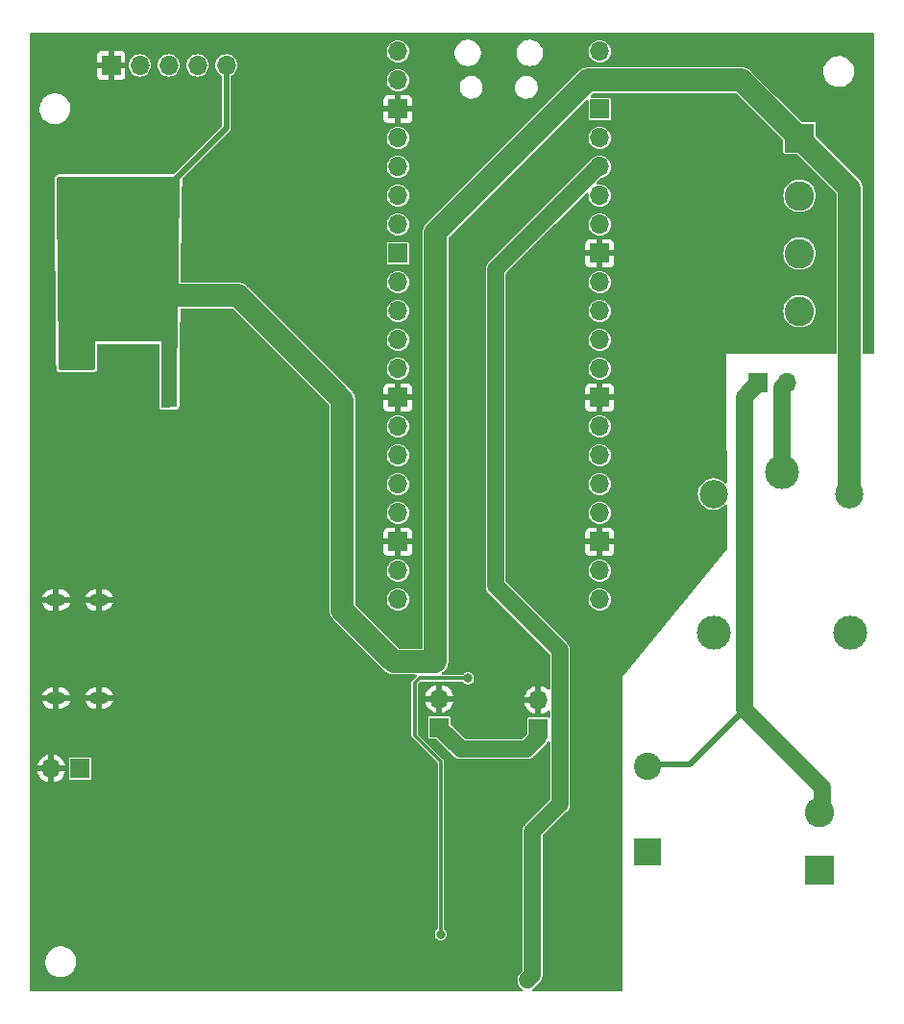
<source format=gbr>
%TF.GenerationSoftware,KiCad,Pcbnew,7.0.10*%
%TF.CreationDate,2024-02-05T00:38:02+01:00*%
%TF.ProjectId,Powerlabstech_Stool,506f7765-726c-4616-9273-746563685f53,rev?*%
%TF.SameCoordinates,Original*%
%TF.FileFunction,Copper,L2,Bot*%
%TF.FilePolarity,Positive*%
%FSLAX46Y46*%
G04 Gerber Fmt 4.6, Leading zero omitted, Abs format (unit mm)*
G04 Created by KiCad (PCBNEW 7.0.10) date 2024-02-05 00:38:02*
%MOMM*%
%LPD*%
G01*
G04 APERTURE LIST*
%TA.AperFunction,ComponentPad*%
%ADD10R,2.600000X2.600000*%
%TD*%
%TA.AperFunction,ComponentPad*%
%ADD11C,2.600000*%
%TD*%
%TA.AperFunction,ComponentPad*%
%ADD12R,1.700000X1.700000*%
%TD*%
%TA.AperFunction,ComponentPad*%
%ADD13O,1.700000X1.700000*%
%TD*%
%TA.AperFunction,ComponentPad*%
%ADD14O,1.700000X1.100000*%
%TD*%
%TA.AperFunction,ComponentPad*%
%ADD15R,2.400000X2.400000*%
%TD*%
%TA.AperFunction,ComponentPad*%
%ADD16C,2.400000*%
%TD*%
%TA.AperFunction,ComponentPad*%
%ADD17C,3.000000*%
%TD*%
%TA.AperFunction,ComponentPad*%
%ADD18C,2.500000*%
%TD*%
%TA.AperFunction,ViaPad*%
%ADD19C,1.000000*%
%TD*%
%TA.AperFunction,ViaPad*%
%ADD20C,0.800000*%
%TD*%
%TA.AperFunction,Conductor*%
%ADD21C,1.500000*%
%TD*%
%TA.AperFunction,Conductor*%
%ADD22C,2.000000*%
%TD*%
%TA.AperFunction,Conductor*%
%ADD23C,0.500000*%
%TD*%
%TA.AperFunction,Conductor*%
%ADD24C,0.300000*%
%TD*%
G04 APERTURE END LIST*
D10*
%TO.P,D3,1,A*%
%TO.N,+5V*%
X144620000Y-68080000D03*
D11*
%TO.P,D3,2,RK*%
%TO.N,/LED_RED_OUT*%
X144620000Y-73160000D03*
%TO.P,D3,3,GK*%
%TO.N,/LED_GREEN_OUT*%
X144620000Y-78240000D03*
%TO.P,D3,4,BK*%
%TO.N,/LED_BLUE_OUT*%
X144620000Y-83320000D03*
%TD*%
D12*
%TO.P,J5,1,Pin_1*%
%TO.N,/sw_OUT*%
X81215000Y-123610000D03*
D13*
%TO.P,J5,2,Pin_2*%
%TO.N,GND*%
X78675000Y-123610000D03*
%TD*%
D10*
%TO.P,J1,1,Pin_1*%
%TO.N,/LIVE*%
X146375000Y-132565000D03*
D11*
%TO.P,J1,2,Pin_2*%
%TO.N,/NEUTRAL*%
X146375000Y-127485000D03*
%TD*%
D13*
%TO.P,U5,1,GP0*%
%TO.N,unconnected-(U5-GP0-Pad1)*%
X109220000Y-60452000D03*
%TO.P,U5,2,GP1*%
%TO.N,/GSM_TXD*%
X109220000Y-62992000D03*
D12*
%TO.P,U5,3,GND*%
%TO.N,GND*%
X109220000Y-65532000D03*
D13*
%TO.P,U5,4,GP2*%
%TO.N,/GSM_RXD*%
X109220000Y-68072000D03*
%TO.P,U5,5,GP3*%
%TO.N,/GSM_RESET*%
X109220000Y-70612000D03*
%TO.P,U5,6,GP4*%
%TO.N,/LOAD_SWITCH*%
X109220000Y-73152000D03*
%TO.P,U5,7,GP5*%
%TO.N,/BATT_READ*%
X109220000Y-75692000D03*
D12*
%TO.P,U5,8,GND*%
%TO.N,unconnected-(U5-GND-Pad8)*%
X109220000Y-78232000D03*
D13*
%TO.P,U5,9,GP6*%
%TO.N,/MAINS_SENSE*%
X109220000Y-80772000D03*
%TO.P,U5,10,GP7*%
%TO.N,unconnected-(U5-GP7-Pad10)*%
X109220000Y-83312000D03*
%TO.P,U5,11,GP8*%
%TO.N,unconnected-(U5-GP8-Pad11)*%
X109220000Y-85852000D03*
%TO.P,U5,12,GP9*%
%TO.N,unconnected-(U5-GP9-Pad12)*%
X109220000Y-88392000D03*
D12*
%TO.P,U5,13,GND*%
%TO.N,GND*%
X109220000Y-90932000D03*
D13*
%TO.P,U5,14,GP10*%
%TO.N,unconnected-(U5-GP10-Pad14)*%
X109220000Y-93472000D03*
%TO.P,U5,15,GP11*%
%TO.N,unconnected-(U5-GP11-Pad15)*%
X109220000Y-96012000D03*
%TO.P,U5,16,GP12*%
%TO.N,unconnected-(U5-GP12-Pad16)*%
X109220000Y-98552000D03*
%TO.P,U5,17,GP13*%
%TO.N,unconnected-(U5-GP13-Pad17)*%
X109220000Y-101092000D03*
D12*
%TO.P,U5,18,GND*%
%TO.N,GND*%
X109220000Y-103632000D03*
D13*
%TO.P,U5,19,GP14*%
%TO.N,unconnected-(U5-GP14-Pad19)*%
X109220000Y-106172000D03*
%TO.P,U5,20,GP15*%
%TO.N,unconnected-(U5-GP15-Pad20)*%
X109220000Y-108712000D03*
%TO.P,U5,21,GP16*%
%TO.N,unconnected-(U5-GP16-Pad21)*%
X127000000Y-108712000D03*
%TO.P,U5,22,GP17*%
%TO.N,unconnected-(U5-GP17-Pad22)*%
X127000000Y-106172000D03*
D12*
%TO.P,U5,23,GND*%
%TO.N,GND*%
X127000000Y-103632000D03*
D13*
%TO.P,U5,24,GP18*%
%TO.N,unconnected-(U5-GP18-Pad24)*%
X127000000Y-101092000D03*
%TO.P,U5,25,GP19*%
%TO.N,unconnected-(U5-GP19-Pad25)*%
X127000000Y-98552000D03*
%TO.P,U5,26,GP20*%
%TO.N,unconnected-(U5-GP20-Pad26)*%
X127000000Y-96012000D03*
%TO.P,U5,27,GP21*%
%TO.N,unconnected-(U5-GP21-Pad27)*%
X127000000Y-93472000D03*
D12*
%TO.P,U5,28,GND*%
%TO.N,GND*%
X127000000Y-90932000D03*
D13*
%TO.P,U5,29,GP22*%
%TO.N,/MAINS_RELAY*%
X127000000Y-88392000D03*
%TO.P,U5,30,~{RUN}*%
%TO.N,unconnected-(U5-~{RUN}-Pad30)*%
X127000000Y-85852000D03*
%TO.P,U5,31,GP26*%
%TO.N,/LED_BLUE*%
X127000000Y-83312000D03*
%TO.P,U5,32,GP27*%
%TO.N,/LED_GREEN*%
X127000000Y-80772000D03*
D12*
%TO.P,U5,33,AGND*%
%TO.N,GND*%
X127000000Y-78232000D03*
D13*
%TO.P,U5,34,GP28*%
%TO.N,/LED_RED*%
X127000000Y-75692000D03*
%TO.P,U5,35,ADC_VREF*%
%TO.N,unconnected-(U5-ADC_VREF-Pad35)*%
X127000000Y-73152000D03*
%TO.P,U5,36,3V3_OUT*%
%TO.N,+3.3V*%
X127000000Y-70612000D03*
%TO.P,U5,37,3V3_EN*%
%TO.N,unconnected-(U5-3V3_EN-Pad37)*%
X127000000Y-68072000D03*
D12*
%TO.P,U5,38,GND*%
%TO.N,unconnected-(U5-GND-Pad38)*%
X127000000Y-65532000D03*
D13*
%TO.P,U5,39,VSYS*%
%TO.N,+5V*%
X127000000Y-62992000D03*
%TO.P,U5,40,VBUS*%
%TO.N,unconnected-(U5-VBUS-Pad40)*%
X127000000Y-60452000D03*
%TD*%
D12*
%TO.P,J3,1,Pin_1*%
%TO.N,/BATT_POS*%
X121600000Y-120105000D03*
D13*
%TO.P,J3,2,Pin_2*%
%TO.N,GND*%
X121600000Y-117565000D03*
%TD*%
D14*
%TO.P,J6,S1,SHIELD*%
%TO.N,GND*%
X82900000Y-108755000D03*
X79100000Y-108755000D03*
X82900000Y-117395000D03*
X79100000Y-117395000D03*
%TD*%
D12*
%TO.P,J4,1,Pin_1*%
%TO.N,GND*%
X83945000Y-61680000D03*
D13*
%TO.P,J4,2,Pin_2*%
%TO.N,/GSM_TXD*%
X86485000Y-61680000D03*
%TO.P,J4,3,Pin_3*%
%TO.N,/GSM_RXD*%
X89025000Y-61680000D03*
%TO.P,J4,4,Pin_4*%
%TO.N,/GSM_RESET*%
X91565000Y-61680000D03*
%TO.P,J4,5,Pin_5*%
%TO.N,+5V*%
X94105000Y-61680000D03*
%TD*%
D12*
%TO.P,BT1,1,+*%
%TO.N,/BATT_POS*%
X112870000Y-119985000D03*
D13*
%TO.P,BT1,2,-*%
%TO.N,GND*%
X112870000Y-117445000D03*
%TD*%
D15*
%TO.P,C1,1*%
%TO.N,/main_det_ret*%
X131190000Y-130930000D03*
D16*
%TO.P,C1,2*%
%TO.N,/NEUTRAL*%
X131190000Y-123430000D03*
%TD*%
D12*
%TO.P,J2,1,Pin_1*%
%TO.N,/NEUTRAL*%
X140970000Y-89662000D03*
D13*
%TO.P,J2,2,Pin_2*%
%TO.N,/LIVE_RELAY_CHARGER_OUT*%
X143510000Y-89662000D03*
%TD*%
D17*
%TO.P,K1,1*%
%TO.N,/LIVE_RELAY_CHARGER_OUT*%
X143088000Y-97472000D03*
D18*
%TO.P,K1,2*%
%TO.N,Net-(D2-A)*%
X137038000Y-99422000D03*
D17*
%TO.P,K1,3*%
%TO.N,unconnected-(K1-Pad3)*%
X137038000Y-111622000D03*
%TO.P,K1,4*%
%TO.N,/LIVE*%
X149088000Y-111672000D03*
D18*
%TO.P,K1,5*%
%TO.N,+5V*%
X149038000Y-99422000D03*
%TD*%
D19*
%TO.N,GND*%
X99060000Y-101600000D03*
D20*
X85590000Y-108780000D03*
D19*
X83566000Y-135890000D03*
D20*
X133760000Y-85700000D03*
X84710000Y-91110000D03*
X93750000Y-136500000D03*
X93750000Y-139500000D03*
D19*
X107250000Y-139500000D03*
X91186000Y-104902000D03*
X110500000Y-141500000D03*
D20*
X91000000Y-84500000D03*
D19*
X87122000Y-134366000D03*
X110490000Y-139700000D03*
D20*
X93750000Y-138000000D03*
D19*
X90678000Y-133604000D03*
D20*
X81500000Y-109700000D03*
X98190000Y-87850000D03*
D19*
X83175000Y-104825000D03*
D20*
X116200000Y-134000000D03*
X85770000Y-90780000D03*
X78675000Y-120480000D03*
D19*
X87000000Y-104902000D03*
D20*
X91150000Y-64560000D03*
D19*
X130810000Y-90932000D03*
D20*
X117670000Y-123390000D03*
X133440000Y-74890000D03*
X114000000Y-135200000D03*
D19*
X98298000Y-103378000D03*
X99314000Y-142494000D03*
X83058000Y-100584000D03*
D20*
X81770000Y-115860000D03*
X107500000Y-117000000D03*
X83680000Y-92250000D03*
X133410000Y-79970000D03*
D19*
X79756000Y-134112000D03*
X90678000Y-135890000D03*
D20*
X82630000Y-90170000D03*
X79100000Y-92090000D03*
X86020000Y-87820000D03*
D19*
X83820000Y-133604000D03*
D20*
X85160000Y-117290000D03*
D19*
X80772000Y-105156000D03*
X94996000Y-105156000D03*
X86868000Y-135890000D03*
X107250000Y-141500000D03*
D20*
X86080000Y-89180000D03*
X107000000Y-118500000D03*
D19*
X79502000Y-135890000D03*
D20*
%TO.N,+5V*%
X88750000Y-78250000D03*
X81000000Y-73000000D03*
X86500000Y-83500000D03*
X88500000Y-75250000D03*
X81000000Y-81750000D03*
X83250000Y-83250000D03*
X86500000Y-72750000D03*
X84000000Y-72750000D03*
X85000000Y-80250000D03*
X80750000Y-75500000D03*
X80750000Y-78750000D03*
X88500000Y-81750000D03*
%TO.N,/MAINS_SENSE*%
X115390000Y-115650000D03*
X113000000Y-138200000D03*
D19*
%TO.N,+3.3V*%
X120650000Y-142240000D03*
%TD*%
D21*
%TO.N,/BATT_POS*%
X120570000Y-121890000D02*
X114775000Y-121890000D01*
X121600000Y-120105000D02*
X121600000Y-120860000D01*
X114775000Y-121890000D02*
X112870000Y-119985000D01*
X121600000Y-120860000D02*
X120570000Y-121890000D01*
D22*
%TO.N,+5V*%
X89170000Y-81960000D02*
X95150000Y-81960000D01*
X125976000Y-62992000D02*
X139532000Y-62992000D01*
X149038000Y-99422000D02*
X149038000Y-72498000D01*
X95150000Y-81960000D02*
X104330000Y-91140000D01*
X139532000Y-62992000D02*
X144620000Y-68080000D01*
D23*
X94105000Y-67205000D02*
X84680000Y-76630000D01*
D21*
X88390000Y-81180000D02*
X89170000Y-81960000D01*
D22*
X149038000Y-72498000D02*
X144620000Y-68080000D01*
D21*
X88920000Y-81710000D02*
X89170000Y-81960000D01*
X88390000Y-81180000D02*
X87860000Y-81180000D01*
D22*
X104330000Y-91140000D02*
X104330000Y-109650000D01*
X112522000Y-114180000D02*
X112522000Y-76446000D01*
X112522000Y-76446000D02*
X125976000Y-62992000D01*
D23*
X94105000Y-61680000D02*
X94105000Y-67205000D01*
D22*
X108860000Y-114180000D02*
X112522000Y-114180000D01*
X104330000Y-109650000D02*
X108860000Y-114180000D01*
D21*
%TO.N,/NEUTRAL*%
X142228000Y-120892000D02*
X146640000Y-125304000D01*
D23*
X134924000Y-123200000D02*
X139730000Y-118394000D01*
X130930000Y-123200000D02*
X134924000Y-123200000D01*
D21*
X146640000Y-125304000D02*
X146640000Y-127220000D01*
X139730000Y-118394000D02*
X139730000Y-90902000D01*
X139730000Y-90902000D02*
X140970000Y-89662000D01*
X142228000Y-120892000D02*
X139730000Y-118394000D01*
D24*
%TO.N,/MAINS_SENSE*%
X111110000Y-115650000D02*
X115390000Y-115650000D01*
X113000000Y-138200000D02*
X113000000Y-122990000D01*
X110700000Y-120690000D02*
X110700000Y-116060000D01*
X113000000Y-122990000D02*
X110700000Y-120690000D01*
X110700000Y-116060000D02*
X111110000Y-115650000D01*
D21*
%TO.N,+3.3V*%
X117850000Y-107500000D02*
X117840000Y-107490000D01*
X121070000Y-141750000D02*
X121070000Y-141820000D01*
X121070000Y-141750000D02*
X121070000Y-129170000D01*
X121070000Y-141820000D02*
X120650000Y-142240000D01*
X123510000Y-126730000D02*
X123510000Y-113180000D01*
X117840000Y-107510000D02*
X117850000Y-107500000D01*
X117840000Y-79662000D02*
X126890000Y-70612000D01*
X123510000Y-113180000D02*
X117840000Y-107510000D01*
X117840000Y-107490000D02*
X117840000Y-79662000D01*
X121070000Y-129170000D02*
X123510000Y-126730000D01*
%TO.N,/LIVE_RELAY_CHARGER_OUT*%
X143088000Y-90084000D02*
X143510000Y-89662000D01*
X143088000Y-97472000D02*
X143088000Y-90084000D01*
%TD*%
%TA.AperFunction,Conductor*%
%TO.N,+5V*%
G36*
X89941313Y-71519685D02*
G01*
X89987068Y-71572489D01*
X89998262Y-71625714D01*
X89800011Y-85969190D01*
X89799977Y-85970840D01*
X89764370Y-87282673D01*
X89754635Y-91653442D01*
X89734801Y-91720438D01*
X89681895Y-91766075D01*
X89635191Y-91777082D01*
X88522926Y-91817974D01*
X88455208Y-91800766D01*
X88407544Y-91749679D01*
X88394370Y-91694058D01*
X88394370Y-86000000D01*
X84874370Y-86000000D01*
X82500000Y-86000000D01*
X82500000Y-88376000D01*
X82480315Y-88443039D01*
X82427511Y-88488794D01*
X82376000Y-88500000D01*
X79437353Y-88500000D01*
X79370314Y-88480315D01*
X79324559Y-88427511D01*
X79313357Y-88377021D01*
X79293541Y-85970840D01*
X79263943Y-82376759D01*
X79175400Y-71625021D01*
X79194532Y-71557822D01*
X79246957Y-71511634D01*
X79299396Y-71500000D01*
X89874274Y-71500000D01*
X89941313Y-71519685D01*
G37*
%TD.AperFunction*%
%TD*%
%TA.AperFunction,Conductor*%
%TO.N,GND*%
G36*
X151142539Y-58820185D02*
G01*
X151188294Y-58872989D01*
X151199500Y-58924500D01*
X151199500Y-86998000D01*
X151179815Y-87065039D01*
X151127011Y-87110794D01*
X151075500Y-87122000D01*
X150289500Y-87122000D01*
X150222461Y-87102315D01*
X150176706Y-87049511D01*
X150165500Y-86998000D01*
X150165500Y-72602494D01*
X150167218Y-72581927D01*
X150167741Y-72578812D01*
X150167743Y-72578801D01*
X150165534Y-72486021D01*
X150165500Y-72483072D01*
X150165500Y-72444293D01*
X150165499Y-72444274D01*
X150164645Y-72435340D01*
X150164117Y-72426505D01*
X150162620Y-72363536D01*
X150155580Y-72331176D01*
X150153307Y-72316608D01*
X150150161Y-72283649D01*
X150132415Y-72223217D01*
X150130239Y-72214689D01*
X150116849Y-72153130D01*
X150103808Y-72122677D01*
X150098824Y-72108815D01*
X150089496Y-72077044D01*
X150060639Y-72021071D01*
X150056880Y-72013091D01*
X150032085Y-71955188D01*
X150027560Y-71948502D01*
X150013523Y-71927762D01*
X150005998Y-71915080D01*
X149990826Y-71885652D01*
X149951909Y-71836166D01*
X149946688Y-71829016D01*
X149911396Y-71776873D01*
X149911392Y-71776867D01*
X149887985Y-71753460D01*
X149878195Y-71742430D01*
X149857722Y-71716396D01*
X149810112Y-71675142D01*
X149803646Y-71669121D01*
X146083819Y-67949293D01*
X146050334Y-67887970D01*
X146047500Y-67861612D01*
X146047500Y-66767441D01*
X146045662Y-66758205D01*
X146040102Y-66730252D01*
X146040101Y-66730250D01*
X146011922Y-66688077D01*
X145969749Y-66659898D01*
X145932559Y-66652500D01*
X145932558Y-66652500D01*
X144838387Y-66652500D01*
X144771348Y-66632815D01*
X144750706Y-66616181D01*
X142578483Y-64443958D01*
X140403152Y-62268626D01*
X140389823Y-62252869D01*
X140387986Y-62250289D01*
X140387984Y-62250286D01*
X140320816Y-62186241D01*
X140318706Y-62184180D01*
X140306832Y-62172306D01*
X146723828Y-62172306D01*
X146733613Y-62402662D01*
X146733614Y-62402670D01*
X146782190Y-62628062D01*
X146782190Y-62628063D01*
X146868157Y-62842002D01*
X146868159Y-62842006D01*
X146913206Y-62915166D01*
X146989048Y-63038342D01*
X147141380Y-63211425D01*
X147141384Y-63211429D01*
X147320765Y-63356269D01*
X147320766Y-63356270D01*
X147320769Y-63356271D01*
X147320772Y-63356274D01*
X147522063Y-63468721D01*
X147739462Y-63545533D01*
X147866272Y-63567277D01*
X147966706Y-63584499D01*
X147966715Y-63584500D01*
X148139534Y-63584500D01*
X148139535Y-63584500D01*
X148139536Y-63584499D01*
X148139553Y-63584499D01*
X148311734Y-63569844D01*
X148311737Y-63569843D01*
X148311739Y-63569843D01*
X148534869Y-63511745D01*
X148663229Y-63453722D01*
X148744965Y-63416776D01*
X148744967Y-63416775D01*
X148744967Y-63416774D01*
X148744971Y-63416773D01*
X148936000Y-63287659D01*
X149102462Y-63128119D01*
X149239566Y-62942742D01*
X149343370Y-62736860D01*
X149410886Y-62516397D01*
X149440172Y-62287694D01*
X149430386Y-62057332D01*
X149381810Y-61831938D01*
X149295841Y-61617994D01*
X149174951Y-61421657D01*
X149022620Y-61248575D01*
X149022619Y-61248574D01*
X149022615Y-61248570D01*
X148843234Y-61103730D01*
X148843233Y-61103729D01*
X148834422Y-61098807D01*
X148734922Y-61043223D01*
X148641938Y-60991279D01*
X148424541Y-60914468D01*
X148424540Y-60914467D01*
X148424538Y-60914467D01*
X148424534Y-60914466D01*
X148424533Y-60914466D01*
X148197293Y-60875500D01*
X148197285Y-60875500D01*
X148024465Y-60875500D01*
X148024446Y-60875500D01*
X147852265Y-60890155D01*
X147629131Y-60948254D01*
X147419034Y-61043223D01*
X147419032Y-61043224D01*
X147227999Y-61172342D01*
X147061540Y-61331878D01*
X146924434Y-61517257D01*
X146820630Y-61723138D01*
X146753113Y-61943606D01*
X146723828Y-62172306D01*
X140306832Y-62172306D01*
X140291280Y-62156754D01*
X140284333Y-62151018D01*
X140277714Y-62145143D01*
X140232144Y-62101692D01*
X140221093Y-62094590D01*
X140204286Y-62083789D01*
X140192382Y-62075096D01*
X140166853Y-62054017D01*
X140166843Y-62054010D01*
X140111575Y-62023831D01*
X140103976Y-62019323D01*
X140070664Y-61997915D01*
X140050999Y-61985277D01*
X140020255Y-61972970D01*
X140006912Y-61966683D01*
X139977867Y-61950823D01*
X139977860Y-61950819D01*
X139941516Y-61939201D01*
X139917879Y-61931645D01*
X139909558Y-61928653D01*
X139851100Y-61905250D01*
X139818578Y-61898982D01*
X139804295Y-61895336D01*
X139772760Y-61885256D01*
X139772757Y-61885255D01*
X139710234Y-61877779D01*
X139701493Y-61876416D01*
X139691136Y-61874420D01*
X139639663Y-61864500D01*
X139639660Y-61864500D01*
X139606551Y-61864500D01*
X139591830Y-61863623D01*
X139580405Y-61862257D01*
X139558953Y-61859692D01*
X139496146Y-61864184D01*
X139487301Y-61864500D01*
X126080494Y-61864500D01*
X126059927Y-61862782D01*
X126056812Y-61862258D01*
X126056802Y-61862257D01*
X126056801Y-61862257D01*
X125999414Y-61863623D01*
X125964040Y-61864465D01*
X125961090Y-61864500D01*
X125922287Y-61864500D01*
X125916597Y-61865043D01*
X125913308Y-61865357D01*
X125904485Y-61865882D01*
X125845356Y-61867290D01*
X125841535Y-61867381D01*
X125841534Y-61867381D01*
X125841526Y-61867382D01*
X125809171Y-61874420D01*
X125794606Y-61876691D01*
X125761652Y-61879838D01*
X125701227Y-61897579D01*
X125692656Y-61899766D01*
X125631130Y-61913152D01*
X125631129Y-61913152D01*
X125631126Y-61913153D01*
X125631124Y-61913154D01*
X125600682Y-61926189D01*
X125586813Y-61931175D01*
X125555044Y-61940504D01*
X125499081Y-61969354D01*
X125491078Y-61973124D01*
X125433189Y-61997915D01*
X125405763Y-62016476D01*
X125393090Y-62023996D01*
X125376489Y-62032555D01*
X125363655Y-62039172D01*
X125363653Y-62039173D01*
X125363650Y-62039175D01*
X125314155Y-62078097D01*
X125307011Y-62083313D01*
X125279859Y-62101692D01*
X125254859Y-62118613D01*
X125231450Y-62142021D01*
X125220426Y-62151806D01*
X125194397Y-62172276D01*
X125153162Y-62219864D01*
X125147130Y-62226342D01*
X111798622Y-75574850D01*
X111782883Y-75588166D01*
X111780289Y-75590013D01*
X111780286Y-75590016D01*
X111716261Y-75657161D01*
X111714206Y-75659266D01*
X111686751Y-75686723D01*
X111686749Y-75686725D01*
X111681014Y-75693670D01*
X111675151Y-75700274D01*
X111631699Y-75745847D01*
X111631691Y-75745856D01*
X111613791Y-75773710D01*
X111605098Y-75785615D01*
X111584013Y-75811153D01*
X111553836Y-75866416D01*
X111549322Y-75874024D01*
X111515280Y-75926996D01*
X111502972Y-75957740D01*
X111496689Y-75971076D01*
X111480818Y-76000141D01*
X111480818Y-76000143D01*
X111461643Y-76060123D01*
X111458651Y-76068446D01*
X111435248Y-76126905D01*
X111428980Y-76159425D01*
X111425336Y-76173704D01*
X111415256Y-76205241D01*
X111415255Y-76205242D01*
X111407779Y-76267765D01*
X111406416Y-76276505D01*
X111394500Y-76338338D01*
X111394500Y-76371449D01*
X111393623Y-76386170D01*
X111389692Y-76419044D01*
X111389692Y-76419048D01*
X111394184Y-76481854D01*
X111394500Y-76490699D01*
X111394500Y-112928500D01*
X111374815Y-112995539D01*
X111322011Y-113041294D01*
X111270500Y-113052500D01*
X109378388Y-113052500D01*
X109311349Y-113032815D01*
X109290707Y-113016181D01*
X105493819Y-109219293D01*
X105460334Y-109157970D01*
X105457500Y-109131612D01*
X105457500Y-108712000D01*
X108237770Y-108712000D01*
X108256643Y-108903626D01*
X108312538Y-109087884D01*
X108403302Y-109257692D01*
X108403306Y-109257699D01*
X108525458Y-109406541D01*
X108674300Y-109528693D01*
X108674307Y-109528697D01*
X108844115Y-109619461D01*
X108844117Y-109619462D01*
X109028376Y-109675357D01*
X109220000Y-109694230D01*
X109411624Y-109675357D01*
X109595883Y-109619462D01*
X109765698Y-109528694D01*
X109914541Y-109406541D01*
X110036694Y-109257698D01*
X110127462Y-109087883D01*
X110183357Y-108903624D01*
X110202230Y-108712000D01*
X110183357Y-108520376D01*
X110127462Y-108336117D01*
X110036694Y-108166302D01*
X110036693Y-108166300D01*
X109914541Y-108017458D01*
X109765699Y-107895306D01*
X109765692Y-107895302D01*
X109595884Y-107804538D01*
X109411626Y-107748643D01*
X109220000Y-107729770D01*
X109028373Y-107748643D01*
X108844115Y-107804538D01*
X108674307Y-107895302D01*
X108674300Y-107895306D01*
X108525458Y-108017458D01*
X108403306Y-108166300D01*
X108403302Y-108166307D01*
X108312538Y-108336115D01*
X108256643Y-108520373D01*
X108237770Y-108712000D01*
X105457500Y-108712000D01*
X105457500Y-106172000D01*
X108237770Y-106172000D01*
X108256643Y-106363626D01*
X108312538Y-106547884D01*
X108403302Y-106717692D01*
X108403306Y-106717699D01*
X108525458Y-106866541D01*
X108674300Y-106988693D01*
X108674307Y-106988697D01*
X108844115Y-107079461D01*
X108844117Y-107079462D01*
X109028376Y-107135357D01*
X109220000Y-107154230D01*
X109411624Y-107135357D01*
X109595883Y-107079462D01*
X109765698Y-106988694D01*
X109914541Y-106866541D01*
X110036694Y-106717698D01*
X110127462Y-106547883D01*
X110183357Y-106363624D01*
X110202230Y-106172000D01*
X110183357Y-105980376D01*
X110127462Y-105796117D01*
X110036694Y-105626302D01*
X110036693Y-105626300D01*
X109914541Y-105477458D01*
X109765699Y-105355306D01*
X109765692Y-105355302D01*
X109595884Y-105264538D01*
X109411626Y-105208643D01*
X109220000Y-105189770D01*
X109028373Y-105208643D01*
X108844115Y-105264538D01*
X108674307Y-105355302D01*
X108674300Y-105355306D01*
X108525458Y-105477458D01*
X108403306Y-105626300D01*
X108403302Y-105626307D01*
X108312538Y-105796115D01*
X108256643Y-105980373D01*
X108237770Y-106172000D01*
X105457500Y-106172000D01*
X105457500Y-103382000D01*
X107970000Y-103382000D01*
X108774428Y-103382000D01*
X108751318Y-103417960D01*
X108710000Y-103558673D01*
X108710000Y-103705327D01*
X108751318Y-103846040D01*
X108774428Y-103882000D01*
X107970001Y-103882000D01*
X107970001Y-104513479D01*
X107984835Y-104607149D01*
X107984837Y-104607155D01*
X108042356Y-104720041D01*
X108042363Y-104720050D01*
X108131949Y-104809636D01*
X108131953Y-104809639D01*
X108244855Y-104867166D01*
X108338514Y-104881999D01*
X108969999Y-104881999D01*
X108970000Y-104881998D01*
X108970000Y-104078494D01*
X109074839Y-104126373D01*
X109183527Y-104142000D01*
X109256473Y-104142000D01*
X109365161Y-104126373D01*
X109470000Y-104078494D01*
X109470000Y-104881999D01*
X110101479Y-104881999D01*
X110195149Y-104867164D01*
X110195155Y-104867162D01*
X110308041Y-104809643D01*
X110308050Y-104809636D01*
X110397636Y-104720050D01*
X110397639Y-104720046D01*
X110455166Y-104607144D01*
X110470000Y-104513486D01*
X110470000Y-103882000D01*
X109665572Y-103882000D01*
X109688682Y-103846040D01*
X109730000Y-103705327D01*
X109730000Y-103558673D01*
X109688682Y-103417960D01*
X109665572Y-103382000D01*
X110469999Y-103382000D01*
X110469999Y-102750520D01*
X110455164Y-102656850D01*
X110455162Y-102656844D01*
X110397643Y-102543958D01*
X110397636Y-102543949D01*
X110308050Y-102454363D01*
X110308046Y-102454360D01*
X110195144Y-102396833D01*
X110101486Y-102382000D01*
X109470000Y-102382000D01*
X109470000Y-103185505D01*
X109365161Y-103137627D01*
X109256473Y-103122000D01*
X109183527Y-103122000D01*
X109074839Y-103137627D01*
X108970000Y-103185505D01*
X108970000Y-102382000D01*
X108338520Y-102382000D01*
X108244850Y-102396835D01*
X108244844Y-102396837D01*
X108131958Y-102454356D01*
X108131949Y-102454363D01*
X108042363Y-102543949D01*
X108042360Y-102543953D01*
X107984833Y-102656855D01*
X107970000Y-102750513D01*
X107970000Y-103382000D01*
X105457500Y-103382000D01*
X105457500Y-101092000D01*
X108237770Y-101092000D01*
X108256643Y-101283626D01*
X108312538Y-101467884D01*
X108403302Y-101637692D01*
X108403306Y-101637699D01*
X108525458Y-101786541D01*
X108674300Y-101908693D01*
X108674307Y-101908697D01*
X108844115Y-101999461D01*
X108844117Y-101999462D01*
X109028376Y-102055357D01*
X109220000Y-102074230D01*
X109411624Y-102055357D01*
X109595883Y-101999462D01*
X109765698Y-101908694D01*
X109914541Y-101786541D01*
X110036694Y-101637698D01*
X110127462Y-101467883D01*
X110183357Y-101283624D01*
X110202230Y-101092000D01*
X110183357Y-100900376D01*
X110127462Y-100716117D01*
X110036694Y-100546302D01*
X110036693Y-100546300D01*
X109914541Y-100397458D01*
X109765699Y-100275306D01*
X109765692Y-100275302D01*
X109595884Y-100184538D01*
X109411626Y-100128643D01*
X109220000Y-100109770D01*
X109028373Y-100128643D01*
X108844115Y-100184538D01*
X108674307Y-100275302D01*
X108674300Y-100275306D01*
X108525458Y-100397458D01*
X108403306Y-100546300D01*
X108403302Y-100546307D01*
X108312538Y-100716115D01*
X108256643Y-100900373D01*
X108237770Y-101092000D01*
X105457500Y-101092000D01*
X105457500Y-98552000D01*
X108237770Y-98552000D01*
X108256643Y-98743626D01*
X108312538Y-98927884D01*
X108403302Y-99097692D01*
X108403306Y-99097699D01*
X108525458Y-99246541D01*
X108674300Y-99368693D01*
X108674307Y-99368697D01*
X108774040Y-99422005D01*
X108844117Y-99459462D01*
X109028376Y-99515357D01*
X109220000Y-99534230D01*
X109411624Y-99515357D01*
X109595883Y-99459462D01*
X109765698Y-99368694D01*
X109914541Y-99246541D01*
X110036694Y-99097698D01*
X110127462Y-98927883D01*
X110183357Y-98743624D01*
X110202230Y-98552000D01*
X110183357Y-98360376D01*
X110127462Y-98176117D01*
X110077196Y-98082075D01*
X110036697Y-98006307D01*
X110036693Y-98006300D01*
X109914541Y-97857458D01*
X109765699Y-97735306D01*
X109765692Y-97735302D01*
X109595884Y-97644538D01*
X109411626Y-97588643D01*
X109220000Y-97569770D01*
X109028373Y-97588643D01*
X108844115Y-97644538D01*
X108674307Y-97735302D01*
X108674300Y-97735306D01*
X108525458Y-97857458D01*
X108403306Y-98006300D01*
X108403302Y-98006307D01*
X108312538Y-98176115D01*
X108256643Y-98360373D01*
X108237770Y-98552000D01*
X105457500Y-98552000D01*
X105457500Y-96012000D01*
X108237770Y-96012000D01*
X108256643Y-96203626D01*
X108312538Y-96387884D01*
X108403302Y-96557692D01*
X108403306Y-96557699D01*
X108525458Y-96706541D01*
X108674300Y-96828693D01*
X108674307Y-96828697D01*
X108844115Y-96919461D01*
X108844117Y-96919462D01*
X109028376Y-96975357D01*
X109220000Y-96994230D01*
X109411624Y-96975357D01*
X109595883Y-96919462D01*
X109765698Y-96828694D01*
X109914541Y-96706541D01*
X110036694Y-96557698D01*
X110127462Y-96387883D01*
X110183357Y-96203624D01*
X110202230Y-96012000D01*
X110183357Y-95820376D01*
X110127462Y-95636117D01*
X110036694Y-95466302D01*
X110036693Y-95466300D01*
X109914541Y-95317458D01*
X109765699Y-95195306D01*
X109765692Y-95195302D01*
X109595884Y-95104538D01*
X109411626Y-95048643D01*
X109220000Y-95029770D01*
X109028373Y-95048643D01*
X108844115Y-95104538D01*
X108674307Y-95195302D01*
X108674300Y-95195306D01*
X108525458Y-95317458D01*
X108403306Y-95466300D01*
X108403302Y-95466307D01*
X108312538Y-95636115D01*
X108256643Y-95820373D01*
X108237770Y-96012000D01*
X105457500Y-96012000D01*
X105457500Y-93472000D01*
X108237770Y-93472000D01*
X108256643Y-93663626D01*
X108312538Y-93847884D01*
X108403302Y-94017692D01*
X108403306Y-94017699D01*
X108525458Y-94166541D01*
X108674300Y-94288693D01*
X108674307Y-94288697D01*
X108844115Y-94379461D01*
X108844117Y-94379462D01*
X109028376Y-94435357D01*
X109220000Y-94454230D01*
X109411624Y-94435357D01*
X109595883Y-94379462D01*
X109765698Y-94288694D01*
X109914541Y-94166541D01*
X110036694Y-94017698D01*
X110127462Y-93847883D01*
X110183357Y-93663624D01*
X110202230Y-93472000D01*
X110183357Y-93280376D01*
X110127462Y-93096117D01*
X110036694Y-92926302D01*
X110036693Y-92926300D01*
X109914541Y-92777458D01*
X109765699Y-92655306D01*
X109765692Y-92655302D01*
X109595884Y-92564538D01*
X109411626Y-92508643D01*
X109220000Y-92489770D01*
X109028373Y-92508643D01*
X108844115Y-92564538D01*
X108674307Y-92655302D01*
X108674300Y-92655306D01*
X108525458Y-92777458D01*
X108403306Y-92926300D01*
X108403302Y-92926307D01*
X108312538Y-93096115D01*
X108256643Y-93280373D01*
X108237770Y-93472000D01*
X105457500Y-93472000D01*
X105457500Y-91244494D01*
X105459218Y-91223927D01*
X105459741Y-91220812D01*
X105459743Y-91220801D01*
X105457534Y-91128021D01*
X105457500Y-91125072D01*
X105457500Y-91086293D01*
X105457499Y-91086274D01*
X105456645Y-91077340D01*
X105456117Y-91068505D01*
X105454620Y-91005536D01*
X105447580Y-90973176D01*
X105445307Y-90958608D01*
X105442161Y-90925649D01*
X105424415Y-90865217D01*
X105422239Y-90856689D01*
X105408849Y-90795130D01*
X105395808Y-90764677D01*
X105390824Y-90750815D01*
X105381496Y-90719044D01*
X105362398Y-90682000D01*
X107970000Y-90682000D01*
X108774428Y-90682000D01*
X108751318Y-90717960D01*
X108710000Y-90858673D01*
X108710000Y-91005327D01*
X108751318Y-91146040D01*
X108774428Y-91182000D01*
X107970001Y-91182000D01*
X107970001Y-91813479D01*
X107984835Y-91907149D01*
X107984837Y-91907155D01*
X108042356Y-92020041D01*
X108042363Y-92020050D01*
X108131949Y-92109636D01*
X108131953Y-92109639D01*
X108244855Y-92167166D01*
X108338514Y-92181999D01*
X108969999Y-92181999D01*
X108970000Y-92181998D01*
X108970000Y-91378494D01*
X109074839Y-91426373D01*
X109183527Y-91442000D01*
X109256473Y-91442000D01*
X109365161Y-91426373D01*
X109470000Y-91378494D01*
X109470000Y-92181999D01*
X110101479Y-92181999D01*
X110195149Y-92167164D01*
X110195155Y-92167162D01*
X110308041Y-92109643D01*
X110308050Y-92109636D01*
X110397636Y-92020050D01*
X110397639Y-92020046D01*
X110455166Y-91907144D01*
X110470000Y-91813486D01*
X110470000Y-91182000D01*
X109665572Y-91182000D01*
X109688682Y-91146040D01*
X109730000Y-91005327D01*
X109730000Y-90858673D01*
X109688682Y-90717960D01*
X109665572Y-90682000D01*
X110469999Y-90682000D01*
X110469999Y-90050520D01*
X110455164Y-89956850D01*
X110455162Y-89956844D01*
X110397643Y-89843958D01*
X110397636Y-89843949D01*
X110308050Y-89754363D01*
X110308046Y-89754360D01*
X110195144Y-89696833D01*
X110101486Y-89682000D01*
X109470000Y-89682000D01*
X109470000Y-90485505D01*
X109365161Y-90437627D01*
X109256473Y-90422000D01*
X109183527Y-90422000D01*
X109074839Y-90437627D01*
X108970000Y-90485505D01*
X108970000Y-89682000D01*
X108338520Y-89682000D01*
X108244850Y-89696835D01*
X108244844Y-89696837D01*
X108131958Y-89754356D01*
X108131949Y-89754363D01*
X108042363Y-89843949D01*
X108042360Y-89843953D01*
X107984833Y-89956855D01*
X107970000Y-90050513D01*
X107970000Y-90682000D01*
X105362398Y-90682000D01*
X105352639Y-90663071D01*
X105348880Y-90655091D01*
X105324085Y-90597188D01*
X105319560Y-90590502D01*
X105305523Y-90569762D01*
X105297998Y-90557080D01*
X105282826Y-90527652D01*
X105243909Y-90478166D01*
X105238688Y-90471016D01*
X105203396Y-90418873D01*
X105203392Y-90418867D01*
X105179985Y-90395460D01*
X105170195Y-90384430D01*
X105149722Y-90358396D01*
X105102112Y-90317142D01*
X105095646Y-90311121D01*
X103176525Y-88392000D01*
X108237770Y-88392000D01*
X108256643Y-88583626D01*
X108312538Y-88767884D01*
X108403302Y-88937692D01*
X108403306Y-88937699D01*
X108525458Y-89086541D01*
X108674300Y-89208693D01*
X108674307Y-89208697D01*
X108844115Y-89299461D01*
X108844117Y-89299462D01*
X109028376Y-89355357D01*
X109220000Y-89374230D01*
X109411624Y-89355357D01*
X109595883Y-89299462D01*
X109765698Y-89208694D01*
X109914541Y-89086541D01*
X110036694Y-88937698D01*
X110127462Y-88767883D01*
X110183357Y-88583624D01*
X110202230Y-88392000D01*
X110183357Y-88200376D01*
X110127462Y-88016117D01*
X110036694Y-87846302D01*
X110036693Y-87846300D01*
X109914541Y-87697458D01*
X109765699Y-87575306D01*
X109765692Y-87575302D01*
X109595884Y-87484538D01*
X109411626Y-87428643D01*
X109220000Y-87409770D01*
X109028373Y-87428643D01*
X108844115Y-87484538D01*
X108674307Y-87575302D01*
X108674300Y-87575306D01*
X108525458Y-87697458D01*
X108403306Y-87846300D01*
X108403302Y-87846307D01*
X108312538Y-88016115D01*
X108256643Y-88200373D01*
X108237770Y-88392000D01*
X103176525Y-88392000D01*
X100636526Y-85852000D01*
X108237770Y-85852000D01*
X108256643Y-86043626D01*
X108312538Y-86227884D01*
X108403302Y-86397692D01*
X108403306Y-86397699D01*
X108525458Y-86546541D01*
X108674300Y-86668693D01*
X108674307Y-86668697D01*
X108844115Y-86759461D01*
X108844117Y-86759462D01*
X109028376Y-86815357D01*
X109220000Y-86834230D01*
X109411624Y-86815357D01*
X109595883Y-86759462D01*
X109765698Y-86668694D01*
X109914541Y-86546541D01*
X110036694Y-86397698D01*
X110127462Y-86227883D01*
X110183357Y-86043624D01*
X110202230Y-85852000D01*
X110183357Y-85660376D01*
X110127462Y-85476117D01*
X110036694Y-85306302D01*
X110036693Y-85306300D01*
X109914541Y-85157458D01*
X109765699Y-85035306D01*
X109765692Y-85035302D01*
X109595884Y-84944538D01*
X109411626Y-84888643D01*
X109220000Y-84869770D01*
X109028373Y-84888643D01*
X108844115Y-84944538D01*
X108674307Y-85035302D01*
X108674300Y-85035306D01*
X108525458Y-85157458D01*
X108403306Y-85306300D01*
X108403302Y-85306307D01*
X108312538Y-85476115D01*
X108256643Y-85660373D01*
X108237770Y-85852000D01*
X100636526Y-85852000D01*
X98096526Y-83312000D01*
X108237770Y-83312000D01*
X108256643Y-83503626D01*
X108312538Y-83687884D01*
X108403302Y-83857692D01*
X108403306Y-83857699D01*
X108525458Y-84006541D01*
X108674300Y-84128693D01*
X108674307Y-84128697D01*
X108807313Y-84199790D01*
X108844117Y-84219462D01*
X109028376Y-84275357D01*
X109220000Y-84294230D01*
X109411624Y-84275357D01*
X109595883Y-84219462D01*
X109765698Y-84128694D01*
X109914541Y-84006541D01*
X110036694Y-83857698D01*
X110127462Y-83687883D01*
X110183357Y-83503624D01*
X110202230Y-83312000D01*
X110183357Y-83120376D01*
X110127462Y-82936117D01*
X110036694Y-82766302D01*
X110036693Y-82766300D01*
X109914541Y-82617458D01*
X109765699Y-82495306D01*
X109765692Y-82495302D01*
X109595884Y-82404538D01*
X109411626Y-82348643D01*
X109220000Y-82329770D01*
X109028373Y-82348643D01*
X108844115Y-82404538D01*
X108674307Y-82495302D01*
X108674300Y-82495306D01*
X108525458Y-82617458D01*
X108403306Y-82766300D01*
X108403302Y-82766307D01*
X108312538Y-82936115D01*
X108256643Y-83120373D01*
X108237770Y-83312000D01*
X98096526Y-83312000D01*
X96021152Y-81236626D01*
X96007823Y-81220869D01*
X96005986Y-81218289D01*
X96005984Y-81218286D01*
X95938817Y-81154242D01*
X95936707Y-81152181D01*
X95909280Y-81124754D01*
X95902333Y-81119018D01*
X95895714Y-81113143D01*
X95850144Y-81069692D01*
X95839093Y-81062590D01*
X95822286Y-81051789D01*
X95810382Y-81043096D01*
X95784853Y-81022017D01*
X95784843Y-81022010D01*
X95729575Y-80991831D01*
X95721976Y-80987323D01*
X95685099Y-80963624D01*
X95668999Y-80953277D01*
X95638255Y-80940970D01*
X95624912Y-80934683D01*
X95595867Y-80918823D01*
X95595860Y-80918819D01*
X95559516Y-80907201D01*
X95535879Y-80899645D01*
X95527558Y-80896653D01*
X95469100Y-80873250D01*
X95436578Y-80866982D01*
X95422295Y-80863336D01*
X95390760Y-80853256D01*
X95390757Y-80853255D01*
X95328234Y-80845779D01*
X95319493Y-80844416D01*
X95312319Y-80843033D01*
X95257663Y-80832500D01*
X95257660Y-80832500D01*
X95224551Y-80832500D01*
X95209830Y-80831623D01*
X95176953Y-80827692D01*
X95114146Y-80832184D01*
X95105301Y-80832500D01*
X90202254Y-80832500D01*
X90135215Y-80812815D01*
X90099849Y-80772000D01*
X108237770Y-80772000D01*
X108256643Y-80963626D01*
X108312538Y-81147884D01*
X108403302Y-81317692D01*
X108403306Y-81317699D01*
X108525458Y-81466541D01*
X108674300Y-81588693D01*
X108674307Y-81588697D01*
X108844115Y-81679461D01*
X108844117Y-81679462D01*
X109028376Y-81735357D01*
X109220000Y-81754230D01*
X109411624Y-81735357D01*
X109595883Y-81679462D01*
X109765698Y-81588694D01*
X109914541Y-81466541D01*
X110036694Y-81317698D01*
X110127462Y-81147883D01*
X110183357Y-80963624D01*
X110202230Y-80772000D01*
X110183357Y-80580376D01*
X110127462Y-80396117D01*
X110036694Y-80226302D01*
X110036693Y-80226300D01*
X109914541Y-80077458D01*
X109765699Y-79955306D01*
X109765692Y-79955302D01*
X109595884Y-79864538D01*
X109411626Y-79808643D01*
X109220000Y-79789770D01*
X109028373Y-79808643D01*
X108844115Y-79864538D01*
X108674307Y-79955302D01*
X108674300Y-79955306D01*
X108525458Y-80077458D01*
X108403306Y-80226300D01*
X108403302Y-80226307D01*
X108312538Y-80396115D01*
X108256643Y-80580373D01*
X108237770Y-80772000D01*
X90099849Y-80772000D01*
X90089460Y-80760011D01*
X90078266Y-80706786D01*
X90100549Y-79094558D01*
X108242500Y-79094558D01*
X108249898Y-79131749D01*
X108278077Y-79173922D01*
X108320250Y-79202101D01*
X108320252Y-79202102D01*
X108345654Y-79207155D01*
X108357441Y-79209500D01*
X108357442Y-79209500D01*
X110082559Y-79209500D01*
X110094346Y-79207155D01*
X110119748Y-79202102D01*
X110161922Y-79173922D01*
X110190102Y-79131748D01*
X110197500Y-79094558D01*
X110197500Y-77369442D01*
X110190102Y-77332252D01*
X110190101Y-77332250D01*
X110161922Y-77290077D01*
X110119749Y-77261898D01*
X110082559Y-77254500D01*
X110082558Y-77254500D01*
X108357442Y-77254500D01*
X108357441Y-77254500D01*
X108320250Y-77261898D01*
X108278077Y-77290077D01*
X108249898Y-77332250D01*
X108242500Y-77369441D01*
X108242500Y-79094558D01*
X90100549Y-79094558D01*
X90147578Y-75692000D01*
X108237770Y-75692000D01*
X108256643Y-75883626D01*
X108312538Y-76067884D01*
X108403302Y-76237692D01*
X108403306Y-76237699D01*
X108525458Y-76386541D01*
X108674300Y-76508693D01*
X108674307Y-76508697D01*
X108844115Y-76599461D01*
X108844117Y-76599462D01*
X109028376Y-76655357D01*
X109220000Y-76674230D01*
X109411624Y-76655357D01*
X109595883Y-76599462D01*
X109765698Y-76508694D01*
X109914541Y-76386541D01*
X110036694Y-76237698D01*
X110127462Y-76067883D01*
X110183357Y-75883624D01*
X110202230Y-75692000D01*
X110183357Y-75500376D01*
X110127462Y-75316117D01*
X110036694Y-75146302D01*
X110036693Y-75146300D01*
X109914541Y-74997458D01*
X109765699Y-74875306D01*
X109765692Y-74875302D01*
X109595884Y-74784538D01*
X109411626Y-74728643D01*
X109220000Y-74709770D01*
X109028373Y-74728643D01*
X108844115Y-74784538D01*
X108674307Y-74875302D01*
X108674300Y-74875306D01*
X108525458Y-74997458D01*
X108403306Y-75146300D01*
X108403302Y-75146307D01*
X108312538Y-75316115D01*
X108256643Y-75500373D01*
X108237770Y-75692000D01*
X90147578Y-75692000D01*
X90182685Y-73152000D01*
X108237770Y-73152000D01*
X108256643Y-73343626D01*
X108312538Y-73527884D01*
X108403302Y-73697692D01*
X108403306Y-73697699D01*
X108525458Y-73846541D01*
X108674300Y-73968693D01*
X108674307Y-73968697D01*
X108807313Y-74039790D01*
X108844117Y-74059462D01*
X109028376Y-74115357D01*
X109220000Y-74134230D01*
X109411624Y-74115357D01*
X109595883Y-74059462D01*
X109765698Y-73968694D01*
X109914541Y-73846541D01*
X110036694Y-73697698D01*
X110127462Y-73527883D01*
X110183357Y-73343624D01*
X110202230Y-73152000D01*
X110183357Y-72960376D01*
X110127462Y-72776117D01*
X110036694Y-72606302D01*
X110036693Y-72606300D01*
X109914541Y-72457458D01*
X109765699Y-72335306D01*
X109765692Y-72335302D01*
X109595884Y-72244538D01*
X109411626Y-72188643D01*
X109220000Y-72169770D01*
X109028373Y-72188643D01*
X108844115Y-72244538D01*
X108674307Y-72335302D01*
X108674300Y-72335306D01*
X108525458Y-72457458D01*
X108403306Y-72606300D01*
X108403302Y-72606307D01*
X108312538Y-72776115D01*
X108256643Y-72960373D01*
X108237770Y-73152000D01*
X90182685Y-73152000D01*
X90202883Y-71690641D01*
X90223492Y-71623880D01*
X90239190Y-71604674D01*
X91231864Y-70612000D01*
X108237770Y-70612000D01*
X108256643Y-70803626D01*
X108312538Y-70987884D01*
X108403302Y-71157692D01*
X108403306Y-71157699D01*
X108525458Y-71306541D01*
X108674300Y-71428693D01*
X108674307Y-71428697D01*
X108810604Y-71501549D01*
X108844117Y-71519462D01*
X109028376Y-71575357D01*
X109220000Y-71594230D01*
X109411624Y-71575357D01*
X109595883Y-71519462D01*
X109765698Y-71428694D01*
X109914541Y-71306541D01*
X110036694Y-71157698D01*
X110127462Y-70987883D01*
X110183357Y-70803624D01*
X110202230Y-70612000D01*
X110183357Y-70420376D01*
X110127462Y-70236117D01*
X110127461Y-70236115D01*
X110036697Y-70066307D01*
X110036693Y-70066300D01*
X109914541Y-69917458D01*
X109765699Y-69795306D01*
X109765692Y-69795302D01*
X109595884Y-69704538D01*
X109411626Y-69648643D01*
X109220000Y-69629770D01*
X109028373Y-69648643D01*
X108844115Y-69704538D01*
X108674307Y-69795302D01*
X108674300Y-69795306D01*
X108525458Y-69917458D01*
X108403306Y-70066300D01*
X108403302Y-70066307D01*
X108312538Y-70236115D01*
X108256643Y-70420373D01*
X108237770Y-70612000D01*
X91231864Y-70612000D01*
X92214094Y-69629770D01*
X93771864Y-68072000D01*
X108237770Y-68072000D01*
X108256643Y-68263626D01*
X108312538Y-68447884D01*
X108403302Y-68617692D01*
X108403306Y-68617699D01*
X108525458Y-68766541D01*
X108674300Y-68888693D01*
X108674307Y-68888697D01*
X108844115Y-68979461D01*
X108844117Y-68979462D01*
X109028376Y-69035357D01*
X109220000Y-69054230D01*
X109411624Y-69035357D01*
X109595883Y-68979462D01*
X109765698Y-68888694D01*
X109914541Y-68766541D01*
X110036694Y-68617698D01*
X110127462Y-68447883D01*
X110183357Y-68263624D01*
X110202230Y-68072000D01*
X110183357Y-67880376D01*
X110127462Y-67696117D01*
X110036694Y-67526302D01*
X110036693Y-67526300D01*
X109914541Y-67377458D01*
X109765699Y-67255306D01*
X109765692Y-67255302D01*
X109595884Y-67164538D01*
X109411626Y-67108643D01*
X109220000Y-67089770D01*
X109028373Y-67108643D01*
X108844115Y-67164538D01*
X108674307Y-67255302D01*
X108674300Y-67255306D01*
X108525458Y-67377458D01*
X108403306Y-67526300D01*
X108403302Y-67526307D01*
X108312538Y-67696115D01*
X108256643Y-67880373D01*
X108237770Y-68072000D01*
X93771864Y-68072000D01*
X94335157Y-67508707D01*
X94355014Y-67492582D01*
X94364209Y-67486576D01*
X94383778Y-67461432D01*
X94393963Y-67449902D01*
X94394052Y-67449814D01*
X94399091Y-67442756D01*
X94406212Y-67432783D01*
X94409278Y-67428671D01*
X94441592Y-67387155D01*
X94441592Y-67387152D01*
X94445344Y-67380219D01*
X94448828Y-67373093D01*
X94448832Y-67373089D01*
X94463854Y-67322625D01*
X94465413Y-67317764D01*
X94482500Y-67267994D01*
X94483800Y-67260201D01*
X94484781Y-67252338D01*
X94482606Y-67199758D01*
X94482500Y-67194633D01*
X94482500Y-65282000D01*
X107970000Y-65282000D01*
X108774428Y-65282000D01*
X108751318Y-65317960D01*
X108710000Y-65458673D01*
X108710000Y-65605327D01*
X108751318Y-65746040D01*
X108774428Y-65782000D01*
X107970001Y-65782000D01*
X107970001Y-66413479D01*
X107984835Y-66507149D01*
X107984837Y-66507155D01*
X108042356Y-66620041D01*
X108042363Y-66620050D01*
X108131949Y-66709636D01*
X108131953Y-66709639D01*
X108244855Y-66767166D01*
X108338514Y-66781999D01*
X108969999Y-66781999D01*
X108970000Y-66781998D01*
X108970000Y-65978494D01*
X109074839Y-66026373D01*
X109183527Y-66042000D01*
X109256473Y-66042000D01*
X109365161Y-66026373D01*
X109470000Y-65978494D01*
X109470000Y-66781999D01*
X110101479Y-66781999D01*
X110195149Y-66767164D01*
X110195155Y-66767162D01*
X110308041Y-66709643D01*
X110308050Y-66709636D01*
X110397636Y-66620050D01*
X110397639Y-66620046D01*
X110455166Y-66507144D01*
X110470000Y-66413486D01*
X110470000Y-65782000D01*
X109665572Y-65782000D01*
X109688682Y-65746040D01*
X109730000Y-65605327D01*
X109730000Y-65458673D01*
X109688682Y-65317960D01*
X109665572Y-65282000D01*
X110469999Y-65282000D01*
X110469999Y-64650520D01*
X110455164Y-64556850D01*
X110455162Y-64556844D01*
X110397643Y-64443958D01*
X110397636Y-64443949D01*
X110308050Y-64354363D01*
X110308046Y-64354360D01*
X110195144Y-64296833D01*
X110101486Y-64282000D01*
X109470000Y-64282000D01*
X109470000Y-65085505D01*
X109365161Y-65037627D01*
X109256473Y-65022000D01*
X109183527Y-65022000D01*
X109074839Y-65037627D01*
X108970000Y-65085505D01*
X108970000Y-64282000D01*
X108338520Y-64282000D01*
X108244850Y-64296835D01*
X108244844Y-64296837D01*
X108131958Y-64354356D01*
X108131949Y-64354363D01*
X108042363Y-64443949D01*
X108042360Y-64443953D01*
X107984833Y-64556855D01*
X107970000Y-64650513D01*
X107970000Y-65282000D01*
X94482500Y-65282000D01*
X94482500Y-62992000D01*
X108237770Y-62992000D01*
X108256643Y-63183626D01*
X108312538Y-63367884D01*
X108403302Y-63537692D01*
X108403306Y-63537699D01*
X108525458Y-63686541D01*
X108674300Y-63808693D01*
X108674307Y-63808697D01*
X108779776Y-63865071D01*
X108844117Y-63899462D01*
X109028376Y-63955357D01*
X109220000Y-63974230D01*
X109411624Y-63955357D01*
X109595883Y-63899462D01*
X109765698Y-63808694D01*
X109914541Y-63686541D01*
X109933747Y-63663139D01*
X114676616Y-63663139D01*
X114707550Y-63865071D01*
X114707553Y-63865083D01*
X114747977Y-63974229D01*
X114778505Y-64056657D01*
X114886570Y-64230031D01*
X114886571Y-64230032D01*
X114886573Y-64230035D01*
X115023161Y-64373726D01*
X115027322Y-64378103D01*
X115195000Y-64494810D01*
X115382739Y-64575375D01*
X115582852Y-64616500D01*
X115582853Y-64616500D01*
X115735941Y-64616500D01*
X115888248Y-64601012D01*
X116083164Y-64539856D01*
X116083164Y-64539855D01*
X116083173Y-64539853D01*
X116261798Y-64440708D01*
X116416809Y-64307636D01*
X116541859Y-64146084D01*
X116631830Y-63962667D01*
X116683037Y-63764894D01*
X116688197Y-63663139D01*
X119526616Y-63663139D01*
X119557550Y-63865071D01*
X119557553Y-63865083D01*
X119597977Y-63974229D01*
X119628505Y-64056657D01*
X119736570Y-64230031D01*
X119736571Y-64230032D01*
X119736573Y-64230035D01*
X119873161Y-64373726D01*
X119877322Y-64378103D01*
X120045000Y-64494810D01*
X120232739Y-64575375D01*
X120432852Y-64616500D01*
X120432853Y-64616500D01*
X120585941Y-64616500D01*
X120738248Y-64601012D01*
X120933164Y-64539856D01*
X120933164Y-64539855D01*
X120933173Y-64539853D01*
X121111798Y-64440708D01*
X121266809Y-64307636D01*
X121391859Y-64146084D01*
X121481830Y-63962667D01*
X121533037Y-63764894D01*
X121543384Y-63560861D01*
X121512448Y-63358921D01*
X121441495Y-63167343D01*
X121333430Y-62993969D01*
X121333427Y-62993966D01*
X121333426Y-62993964D01*
X121192680Y-62845899D01*
X121192679Y-62845898D01*
X121187087Y-62842006D01*
X121080819Y-62768041D01*
X121024999Y-62729189D01*
X120837262Y-62648625D01*
X120712507Y-62622987D01*
X120637148Y-62607500D01*
X120484060Y-62607500D01*
X120484059Y-62607500D01*
X120331751Y-62622987D01*
X120136835Y-62684143D01*
X120136825Y-62684148D01*
X119958200Y-62783293D01*
X119958199Y-62783293D01*
X119803191Y-62916362D01*
X119803190Y-62916363D01*
X119678143Y-63077912D01*
X119588170Y-63261332D01*
X119536963Y-63459105D01*
X119526616Y-63663138D01*
X119526616Y-63663139D01*
X116688197Y-63663139D01*
X116693384Y-63560861D01*
X116662448Y-63358921D01*
X116591495Y-63167343D01*
X116483430Y-62993969D01*
X116483427Y-62993966D01*
X116483426Y-62993964D01*
X116342680Y-62845899D01*
X116342679Y-62845898D01*
X116337087Y-62842006D01*
X116230819Y-62768041D01*
X116174999Y-62729189D01*
X115987262Y-62648625D01*
X115862507Y-62622987D01*
X115787148Y-62607500D01*
X115634060Y-62607500D01*
X115634059Y-62607500D01*
X115481751Y-62622987D01*
X115286835Y-62684143D01*
X115286825Y-62684148D01*
X115108200Y-62783293D01*
X115108199Y-62783293D01*
X114953191Y-62916362D01*
X114953190Y-62916363D01*
X114828143Y-63077912D01*
X114738170Y-63261332D01*
X114686963Y-63459105D01*
X114676616Y-63663138D01*
X114676616Y-63663139D01*
X109933747Y-63663139D01*
X110036694Y-63537698D01*
X110127462Y-63367883D01*
X110183357Y-63183624D01*
X110202230Y-62992000D01*
X110183357Y-62800376D01*
X110127462Y-62616117D01*
X110098261Y-62561486D01*
X110036697Y-62446307D01*
X110036693Y-62446300D01*
X109914541Y-62297458D01*
X109765699Y-62175306D01*
X109765692Y-62175302D01*
X109595884Y-62084538D01*
X109411626Y-62028643D01*
X109220000Y-62009770D01*
X109028373Y-62028643D01*
X108844115Y-62084538D01*
X108674307Y-62175302D01*
X108674300Y-62175306D01*
X108525458Y-62297458D01*
X108403306Y-62446300D01*
X108403302Y-62446307D01*
X108312538Y-62616115D01*
X108256643Y-62800373D01*
X108237770Y-62992000D01*
X94482500Y-62992000D01*
X94482500Y-62660919D01*
X94502185Y-62593880D01*
X94548045Y-62551562D01*
X94650698Y-62496694D01*
X94799541Y-62374541D01*
X94921694Y-62225698D01*
X95012462Y-62055883D01*
X95068357Y-61871624D01*
X95087230Y-61680000D01*
X95068357Y-61488376D01*
X95012462Y-61304117D01*
X94993528Y-61268694D01*
X94921697Y-61134307D01*
X94921693Y-61134300D01*
X94799541Y-60985458D01*
X94650699Y-60863306D01*
X94650692Y-60863302D01*
X94480884Y-60772538D01*
X94296626Y-60716643D01*
X94105000Y-60697770D01*
X93913373Y-60716643D01*
X93729115Y-60772538D01*
X93559307Y-60863302D01*
X93559300Y-60863306D01*
X93410458Y-60985458D01*
X93288306Y-61134300D01*
X93288302Y-61134307D01*
X93197538Y-61304115D01*
X93141643Y-61488373D01*
X93122770Y-61680000D01*
X93141643Y-61871626D01*
X93197538Y-62055884D01*
X93288302Y-62225692D01*
X93288306Y-62225699D01*
X93410458Y-62374541D01*
X93514036Y-62459545D01*
X93559302Y-62496694D01*
X93661954Y-62551562D01*
X93711797Y-62600522D01*
X93727500Y-62660919D01*
X93727500Y-66997272D01*
X93707815Y-67064311D01*
X93691181Y-67084953D01*
X89517954Y-71258181D01*
X89456631Y-71291666D01*
X89430273Y-71294500D01*
X79299390Y-71294500D01*
X79254875Y-71299379D01*
X79202469Y-71311006D01*
X79191462Y-71313769D01*
X79111112Y-71357438D01*
X79111109Y-71357440D01*
X79058677Y-71403633D01*
X79040873Y-71421368D01*
X78996886Y-71501549D01*
X78977753Y-71568754D01*
X78969907Y-71626707D01*
X78969907Y-71626712D01*
X78969907Y-71626713D01*
X79103479Y-87846302D01*
X79107864Y-88378705D01*
X79107865Y-88378723D01*
X79112734Y-88421532D01*
X79123936Y-88472019D01*
X79126242Y-88481370D01*
X79126245Y-88481378D01*
X79169252Y-88562083D01*
X79169254Y-88562086D01*
X79215013Y-88614895D01*
X79232595Y-88632839D01*
X79232599Y-88632843D01*
X79232600Y-88632844D01*
X79232602Y-88632845D01*
X79312412Y-88677488D01*
X79312416Y-88677490D01*
X79379455Y-88697175D01*
X79437353Y-88705500D01*
X79437357Y-88705500D01*
X82375991Y-88705500D01*
X82376000Y-88705500D01*
X82419684Y-88700803D01*
X82448875Y-88694452D01*
X82471174Y-88689602D01*
X82471190Y-88689598D01*
X82471195Y-88689597D01*
X82481373Y-88687110D01*
X82562085Y-88644100D01*
X82614889Y-88598345D01*
X82632843Y-88580754D01*
X82677490Y-88500937D01*
X82697175Y-88433898D01*
X82705500Y-88376000D01*
X82705500Y-86329500D01*
X82725185Y-86262461D01*
X82777989Y-86216706D01*
X82829500Y-86205500D01*
X88064870Y-86205500D01*
X88131909Y-86225185D01*
X88177664Y-86277989D01*
X88188870Y-86329500D01*
X88188870Y-91694060D01*
X88194403Y-91741428D01*
X88207578Y-91797055D01*
X88211339Y-91810789D01*
X88257286Y-91889867D01*
X88257287Y-91889869D01*
X88304940Y-91940945D01*
X88304951Y-91940955D01*
X88323192Y-91958252D01*
X88404596Y-91999936D01*
X88472314Y-92017144D01*
X88530476Y-92023335D01*
X89642741Y-91982443D01*
X89682331Y-91977102D01*
X89729035Y-91966095D01*
X89729051Y-91966090D01*
X89729072Y-91966086D01*
X89735311Y-91964511D01*
X89735312Y-91964511D01*
X89747121Y-91958252D01*
X89816122Y-91921681D01*
X89869028Y-91876044D01*
X89887023Y-91858491D01*
X89931847Y-91778773D01*
X89951681Y-91711777D01*
X89960134Y-91653900D01*
X89969859Y-87287165D01*
X89969904Y-87284177D01*
X90005401Y-85976416D01*
X90005433Y-85975074D01*
X90005467Y-85973424D01*
X90005491Y-85972030D01*
X90012346Y-85476117D01*
X90043670Y-83209786D01*
X90064279Y-83143025D01*
X90117710Y-83098004D01*
X90167658Y-83087500D01*
X94631612Y-83087500D01*
X94698651Y-83107185D01*
X94719293Y-83123819D01*
X103166181Y-91570707D01*
X103199666Y-91632030D01*
X103202500Y-91658388D01*
X103202500Y-109545507D01*
X103200783Y-109566072D01*
X103200257Y-109569195D01*
X103200257Y-109569198D01*
X103202465Y-109661960D01*
X103202500Y-109664910D01*
X103202500Y-109703717D01*
X103203356Y-109712690D01*
X103203882Y-109721514D01*
X103205381Y-109784465D01*
X103212420Y-109816825D01*
X103214689Y-109831374D01*
X103217278Y-109858483D01*
X103217839Y-109864353D01*
X103235576Y-109924760D01*
X103237765Y-109933334D01*
X103251151Y-109994866D01*
X103251154Y-109994874D01*
X103264188Y-110025312D01*
X103269176Y-110039188D01*
X103278503Y-110070954D01*
X103278506Y-110070962D01*
X103307351Y-110126914D01*
X103311123Y-110134919D01*
X103335915Y-110192812D01*
X103351344Y-110215608D01*
X103354477Y-110220237D01*
X103362001Y-110232918D01*
X103377172Y-110262345D01*
X103416090Y-110311834D01*
X103421308Y-110318980D01*
X103456608Y-110371134D01*
X103480020Y-110394546D01*
X103489803Y-110405568D01*
X103510278Y-110431604D01*
X103557880Y-110472851D01*
X103564345Y-110478871D01*
X107988847Y-114903372D01*
X108002172Y-114919124D01*
X108004017Y-114921715D01*
X108004018Y-114921716D01*
X108071202Y-114985776D01*
X108073272Y-114987797D01*
X108100718Y-115015243D01*
X108107665Y-115020979D01*
X108114258Y-115026830D01*
X108158591Y-115069101D01*
X108159856Y-115070308D01*
X108169040Y-115076210D01*
X108187714Y-115088211D01*
X108199619Y-115096904D01*
X108225145Y-115117980D01*
X108225148Y-115117982D01*
X108225152Y-115117985D01*
X108280432Y-115148170D01*
X108288001Y-115152661D01*
X108340999Y-115186721D01*
X108371753Y-115199033D01*
X108385076Y-115205309D01*
X108414141Y-115221180D01*
X108474125Y-115240354D01*
X108482398Y-115243328D01*
X108540902Y-115266750D01*
X108573425Y-115273017D01*
X108587699Y-115276660D01*
X108619242Y-115286744D01*
X108681763Y-115294219D01*
X108690487Y-115295579D01*
X108752337Y-115307500D01*
X108785448Y-115307500D01*
X108800168Y-115308376D01*
X108833046Y-115312308D01*
X108891849Y-115308102D01*
X108895850Y-115307816D01*
X108904696Y-115307500D01*
X110760693Y-115307500D01*
X110827732Y-115327185D01*
X110873487Y-115379989D01*
X110883431Y-115449147D01*
X110854406Y-115512703D01*
X110848374Y-115519181D01*
X110548087Y-115819467D01*
X110535142Y-115830733D01*
X110529875Y-115834710D01*
X110501168Y-115866200D01*
X110497220Y-115870335D01*
X110485593Y-115881963D01*
X110481934Y-115886369D01*
X110481922Y-115886359D01*
X110476158Y-115893634D01*
X110459978Y-115911383D01*
X110459977Y-115911386D01*
X110458063Y-115916327D01*
X110444741Y-115941600D01*
X110441750Y-115945966D01*
X110441748Y-115945971D01*
X110436250Y-115969342D01*
X110431173Y-115985735D01*
X110422500Y-116008124D01*
X110422500Y-116013422D01*
X110419206Y-116041812D01*
X110417995Y-116046958D01*
X110417995Y-116046963D01*
X110421311Y-116070734D01*
X110422500Y-116087864D01*
X110422500Y-120627335D01*
X110421311Y-120644462D01*
X110420400Y-120650992D01*
X110422368Y-120693559D01*
X110422500Y-120699285D01*
X110422500Y-120715715D01*
X110422501Y-120715720D01*
X110423029Y-120721421D01*
X110423012Y-120721422D01*
X110424082Y-120730642D01*
X110425192Y-120754634D01*
X110427333Y-120759484D01*
X110435784Y-120786777D01*
X110436756Y-120791979D01*
X110436758Y-120791984D01*
X110449394Y-120812393D01*
X110457398Y-120827579D01*
X110467095Y-120849540D01*
X110467097Y-120849543D01*
X110470841Y-120853287D01*
X110488585Y-120875687D01*
X110491373Y-120880189D01*
X110510529Y-120894655D01*
X110523483Y-120905928D01*
X112686181Y-123068625D01*
X112719666Y-123129948D01*
X112722500Y-123156306D01*
X112722500Y-137686883D01*
X112702815Y-137753922D01*
X112673987Y-137785258D01*
X112623784Y-137823780D01*
X112539227Y-137933976D01*
X112486078Y-138062291D01*
X112486076Y-138062296D01*
X112467948Y-138199998D01*
X112467948Y-138200001D01*
X112486076Y-138337703D01*
X112486078Y-138337708D01*
X112539227Y-138466023D01*
X112539228Y-138466025D01*
X112539229Y-138466026D01*
X112623782Y-138576218D01*
X112733974Y-138660771D01*
X112862295Y-138713923D01*
X112931147Y-138722987D01*
X112999999Y-138732052D01*
X113000000Y-138732052D01*
X113000001Y-138732052D01*
X113045901Y-138726009D01*
X113137705Y-138713923D01*
X113266026Y-138660771D01*
X113376218Y-138576218D01*
X113460771Y-138466026D01*
X113513923Y-138337705D01*
X113532052Y-138200000D01*
X113513923Y-138062295D01*
X113460771Y-137933974D01*
X113376218Y-137823782D01*
X113326013Y-137785258D01*
X113284811Y-137728830D01*
X113277500Y-137686883D01*
X113277500Y-123052662D01*
X113278689Y-123035531D01*
X113279598Y-123029006D01*
X113279600Y-123029002D01*
X113277632Y-122986439D01*
X113277500Y-122980713D01*
X113277500Y-122964280D01*
X113276971Y-122958570D01*
X113276987Y-122958568D01*
X113275916Y-122949340D01*
X113274808Y-122925365D01*
X113272668Y-122920518D01*
X113264215Y-122893220D01*
X113263243Y-122888019D01*
X113250606Y-122867609D01*
X113242599Y-122852419D01*
X113232901Y-122830456D01*
X113229160Y-122826715D01*
X113211415Y-122804314D01*
X113208626Y-122799810D01*
X113189465Y-122785340D01*
X113176512Y-122774068D01*
X111013819Y-120611375D01*
X110980334Y-120550052D01*
X110977500Y-120523694D01*
X110977500Y-117194999D01*
X111642891Y-117194999D01*
X111642892Y-117195000D01*
X112436314Y-117195000D01*
X112410507Y-117235156D01*
X112370000Y-117373111D01*
X112370000Y-117516889D01*
X112410507Y-117654844D01*
X112436314Y-117695000D01*
X111642892Y-117695000D01*
X111690894Y-117874150D01*
X111690898Y-117874159D01*
X111783333Y-118072387D01*
X111908787Y-118251554D01*
X112063445Y-118406212D01*
X112242612Y-118531666D01*
X112440843Y-118624103D01*
X112620000Y-118672106D01*
X112620000Y-117880501D01*
X112727685Y-117929680D01*
X112834237Y-117945000D01*
X112905763Y-117945000D01*
X113012315Y-117929680D01*
X113120000Y-117880501D01*
X113120000Y-118672105D01*
X113299156Y-118624103D01*
X113299157Y-118624103D01*
X113497387Y-118531666D01*
X113676554Y-118406212D01*
X113831212Y-118251554D01*
X113956666Y-118072387D01*
X114049101Y-117874159D01*
X114049105Y-117874150D01*
X114097108Y-117695000D01*
X113303686Y-117695000D01*
X113329493Y-117654844D01*
X113370000Y-117516889D01*
X113370000Y-117373111D01*
X113329493Y-117235156D01*
X113303686Y-117195000D01*
X114097108Y-117195000D01*
X114097108Y-117194999D01*
X114049105Y-117015849D01*
X114049101Y-117015840D01*
X113956666Y-116817612D01*
X113956664Y-116817608D01*
X113831216Y-116638450D01*
X113831211Y-116638444D01*
X113676554Y-116483787D01*
X113497387Y-116358333D01*
X113299159Y-116265898D01*
X113299150Y-116265894D01*
X113120000Y-116217891D01*
X113120000Y-117009498D01*
X113012315Y-116960320D01*
X112905763Y-116945000D01*
X112834237Y-116945000D01*
X112727685Y-116960320D01*
X112620000Y-117009498D01*
X112620000Y-116217892D01*
X112619999Y-116217891D01*
X112440849Y-116265894D01*
X112440840Y-116265898D01*
X112242612Y-116358333D01*
X112242608Y-116358335D01*
X112063450Y-116483783D01*
X112063444Y-116483788D01*
X111908788Y-116638444D01*
X111908783Y-116638450D01*
X111783335Y-116817608D01*
X111783333Y-116817612D01*
X111690898Y-117015840D01*
X111690894Y-117015849D01*
X111642891Y-117194999D01*
X110977500Y-117194999D01*
X110977500Y-116226307D01*
X110997185Y-116159268D01*
X111013819Y-116138626D01*
X111188626Y-115963819D01*
X111249949Y-115930334D01*
X111276307Y-115927500D01*
X114876883Y-115927500D01*
X114943922Y-115947185D01*
X114975258Y-115976013D01*
X115013782Y-116026218D01*
X115123974Y-116110771D01*
X115252295Y-116163923D01*
X115321147Y-116172987D01*
X115389999Y-116182052D01*
X115390000Y-116182052D01*
X115390001Y-116182052D01*
X115435901Y-116176009D01*
X115527705Y-116163923D01*
X115656026Y-116110771D01*
X115766218Y-116026218D01*
X115850771Y-115916026D01*
X115903923Y-115787705D01*
X115922052Y-115650000D01*
X115903923Y-115512295D01*
X115850771Y-115383974D01*
X115766218Y-115273782D01*
X115656026Y-115189229D01*
X115656025Y-115189228D01*
X115656023Y-115189227D01*
X115527708Y-115136078D01*
X115527703Y-115136076D01*
X115390001Y-115117948D01*
X115389999Y-115117948D01*
X115252296Y-115136076D01*
X115252291Y-115136078D01*
X115123976Y-115189227D01*
X115082333Y-115221181D01*
X115013782Y-115273782D01*
X115013781Y-115273783D01*
X115013780Y-115273784D01*
X114975258Y-115323987D01*
X114918830Y-115365189D01*
X114876883Y-115372500D01*
X113180581Y-115372500D01*
X113113542Y-115352815D01*
X113067787Y-115300011D01*
X113057843Y-115230853D01*
X113086868Y-115167297D01*
X113123764Y-115138283D01*
X113134341Y-115132830D01*
X113134340Y-115132830D01*
X113134345Y-115132828D01*
X113195560Y-115084687D01*
X113200289Y-115081147D01*
X113215512Y-115070307D01*
X113263714Y-115035984D01*
X113276239Y-115022846D01*
X113289329Y-115010947D01*
X113303604Y-114999722D01*
X113354597Y-114940872D01*
X113358569Y-114936502D01*
X113372670Y-114921714D01*
X113412307Y-114880145D01*
X113422123Y-114864869D01*
X113432718Y-114850713D01*
X113444612Y-114836989D01*
X113483554Y-114769538D01*
X113486599Y-114764543D01*
X113528721Y-114699001D01*
X113535469Y-114682142D01*
X113543197Y-114666235D01*
X113552276Y-114650511D01*
X113577752Y-114576899D01*
X113579803Y-114571403D01*
X113608750Y-114499098D01*
X113612184Y-114481278D01*
X113616765Y-114464180D01*
X113622702Y-114447027D01*
X113633787Y-114369922D01*
X113634755Y-114364162D01*
X113649500Y-114287663D01*
X113649500Y-114269510D01*
X113650762Y-114251864D01*
X113653346Y-114233893D01*
X113649640Y-114156096D01*
X113649500Y-114150196D01*
X113649500Y-76964388D01*
X113669185Y-76897349D01*
X113685819Y-76876707D01*
X122490526Y-68072000D01*
X126017770Y-68072000D01*
X126036643Y-68263626D01*
X126092538Y-68447884D01*
X126183302Y-68617692D01*
X126183306Y-68617699D01*
X126305458Y-68766541D01*
X126454300Y-68888693D01*
X126454307Y-68888697D01*
X126624115Y-68979461D01*
X126624117Y-68979462D01*
X126808376Y-69035357D01*
X127000000Y-69054230D01*
X127191624Y-69035357D01*
X127375883Y-68979462D01*
X127545698Y-68888694D01*
X127694541Y-68766541D01*
X127816694Y-68617698D01*
X127907462Y-68447883D01*
X127963357Y-68263624D01*
X127982230Y-68072000D01*
X127963357Y-67880376D01*
X127907462Y-67696117D01*
X127816694Y-67526302D01*
X127816693Y-67526300D01*
X127694541Y-67377458D01*
X127545699Y-67255306D01*
X127545692Y-67255302D01*
X127375884Y-67164538D01*
X127191626Y-67108643D01*
X127000000Y-67089770D01*
X126808373Y-67108643D01*
X126624115Y-67164538D01*
X126454307Y-67255302D01*
X126454300Y-67255306D01*
X126305458Y-67377458D01*
X126183306Y-67526300D01*
X126183302Y-67526307D01*
X126092538Y-67696115D01*
X126036643Y-67880373D01*
X126017770Y-68072000D01*
X122490526Y-68072000D01*
X125810819Y-64751707D01*
X125872142Y-64718222D01*
X125941834Y-64723206D01*
X125997767Y-64765078D01*
X126022184Y-64830542D01*
X126022500Y-64839388D01*
X126022500Y-66394558D01*
X126029898Y-66431749D01*
X126058077Y-66473922D01*
X126100250Y-66502101D01*
X126100252Y-66502102D01*
X126125654Y-66507155D01*
X126137441Y-66509500D01*
X126137442Y-66509500D01*
X127862559Y-66509500D01*
X127874346Y-66507155D01*
X127899748Y-66502102D01*
X127941922Y-66473922D01*
X127970102Y-66431748D01*
X127977500Y-66394558D01*
X127977500Y-64669442D01*
X127970102Y-64632252D01*
X127949807Y-64601878D01*
X127941922Y-64590077D01*
X127899749Y-64561898D01*
X127862559Y-64554500D01*
X127862558Y-64554500D01*
X126307388Y-64554500D01*
X126240349Y-64534815D01*
X126194594Y-64482011D01*
X126184650Y-64412853D01*
X126213675Y-64349297D01*
X126219707Y-64342819D01*
X126406707Y-64155819D01*
X126468030Y-64122334D01*
X126494388Y-64119500D01*
X139013612Y-64119500D01*
X139080651Y-64139185D01*
X139101293Y-64155819D01*
X143156181Y-68210707D01*
X143189666Y-68272030D01*
X143192500Y-68298388D01*
X143192500Y-69392558D01*
X143199898Y-69429749D01*
X143228077Y-69471922D01*
X143270250Y-69500101D01*
X143270252Y-69500102D01*
X143298205Y-69505662D01*
X143307441Y-69507500D01*
X143307442Y-69507500D01*
X144401612Y-69507500D01*
X144468651Y-69527185D01*
X144489293Y-69543819D01*
X147874181Y-72928707D01*
X147907666Y-72990030D01*
X147910500Y-73016388D01*
X147910500Y-86998000D01*
X147890815Y-87065039D01*
X147838011Y-87110794D01*
X147786500Y-87122000D01*
X138176000Y-87122000D01*
X138201077Y-92926300D01*
X138224546Y-98358747D01*
X138205151Y-98425871D01*
X138152545Y-98471854D01*
X138083430Y-98482096D01*
X138019750Y-98453346D01*
X138009324Y-98443272D01*
X137974153Y-98405067D01*
X137906470Y-98352387D01*
X137794005Y-98264852D01*
X137593233Y-98156199D01*
X137593228Y-98156197D01*
X137377317Y-98082075D01*
X137227200Y-98057025D01*
X137152143Y-98044500D01*
X136923857Y-98044500D01*
X136867564Y-98053893D01*
X136698682Y-98082075D01*
X136482771Y-98156197D01*
X136482766Y-98156199D01*
X136281994Y-98264852D01*
X136101849Y-98405065D01*
X136101844Y-98405070D01*
X135947230Y-98573024D01*
X135822372Y-98764136D01*
X135730671Y-98973195D01*
X135674631Y-99194490D01*
X135674629Y-99194502D01*
X135655779Y-99421994D01*
X135655779Y-99422005D01*
X135674629Y-99649497D01*
X135674631Y-99649509D01*
X135730671Y-99870804D01*
X135822372Y-100079863D01*
X135947230Y-100270975D01*
X135951217Y-100275306D01*
X136101847Y-100438933D01*
X136281997Y-100579149D01*
X136482768Y-100687801D01*
X136698685Y-100761925D01*
X136923857Y-100799500D01*
X136923858Y-100799500D01*
X137152142Y-100799500D01*
X137152143Y-100799500D01*
X137377315Y-100761925D01*
X137593232Y-100687801D01*
X137794003Y-100579149D01*
X137974153Y-100438933D01*
X138018460Y-100390802D01*
X138078343Y-100354814D01*
X138148181Y-100356913D01*
X138205797Y-100396437D01*
X138232900Y-100460836D01*
X138233686Y-100474251D01*
X138249806Y-104205265D01*
X138230411Y-104272389D01*
X138221588Y-104284554D01*
X129000000Y-115500000D01*
X129000000Y-143075500D01*
X128980315Y-143142539D01*
X128927511Y-143188294D01*
X128876000Y-143199500D01*
X121202432Y-143199500D01*
X121135393Y-143179815D01*
X121089638Y-143127011D01*
X121079694Y-143057853D01*
X121108719Y-142994297D01*
X121135646Y-142971022D01*
X121203004Y-142927968D01*
X121661711Y-142469259D01*
X121669091Y-142462455D01*
X121710817Y-142427014D01*
X121760373Y-142361821D01*
X121762423Y-142359202D01*
X121800657Y-142311638D01*
X121813726Y-142295380D01*
X121813819Y-142295190D01*
X121826203Y-142275227D01*
X121826326Y-142275066D01*
X121860713Y-142200736D01*
X121862128Y-142197783D01*
X121898530Y-142124387D01*
X121898581Y-142124181D01*
X121906385Y-142102020D01*
X121906469Y-142101839D01*
X121924072Y-142021866D01*
X121924832Y-142018623D01*
X121944594Y-141939161D01*
X121944599Y-141938954D01*
X121947456Y-141915632D01*
X121947500Y-141915434D01*
X121947500Y-141833590D01*
X121947545Y-141830232D01*
X121948180Y-141806776D01*
X121949763Y-141748363D01*
X121949719Y-141748138D01*
X121947500Y-141724780D01*
X121947500Y-129584834D01*
X121967185Y-129517795D01*
X121983819Y-129497153D01*
X122960237Y-128520735D01*
X124101717Y-127379254D01*
X124109097Y-127372449D01*
X124150817Y-127337014D01*
X124200361Y-127271838D01*
X124202411Y-127269217D01*
X124253726Y-127205380D01*
X124253816Y-127205196D01*
X124266205Y-127185223D01*
X124266326Y-127185066D01*
X124300713Y-127110736D01*
X124302128Y-127107783D01*
X124338530Y-127034387D01*
X124338581Y-127034181D01*
X124346385Y-127012020D01*
X124346469Y-127011839D01*
X124364072Y-126931866D01*
X124364832Y-126928623D01*
X124384594Y-126849161D01*
X124384599Y-126848954D01*
X124387456Y-126825632D01*
X124387500Y-126825434D01*
X124387500Y-126743569D01*
X124387545Y-126740212D01*
X124389762Y-126658363D01*
X124389720Y-126658144D01*
X124387500Y-126634785D01*
X124387500Y-113220702D01*
X124387909Y-113210638D01*
X124392350Y-113156101D01*
X124381296Y-113074964D01*
X124380888Y-113071631D01*
X124372038Y-112990251D01*
X124371970Y-112990051D01*
X124366612Y-112967189D01*
X124366584Y-112966977D01*
X124352448Y-112928500D01*
X124338339Y-112890095D01*
X124337224Y-112886928D01*
X124311092Y-112809373D01*
X124311091Y-112809372D01*
X124310982Y-112809190D01*
X124300835Y-112788014D01*
X124300762Y-112787815D01*
X124256672Y-112718838D01*
X124254901Y-112715983D01*
X124212693Y-112645831D01*
X124212692Y-112645830D01*
X124212691Y-112645828D01*
X124212538Y-112645666D01*
X124198082Y-112627174D01*
X124197970Y-112626999D01*
X124197966Y-112626994D01*
X124140090Y-112569118D01*
X124137748Y-112566712D01*
X124081431Y-112507259D01*
X124081427Y-112507256D01*
X124081425Y-112507254D01*
X124081242Y-112507130D01*
X124063153Y-112492181D01*
X120282973Y-108712000D01*
X126017770Y-108712000D01*
X126036643Y-108903626D01*
X126092538Y-109087884D01*
X126183302Y-109257692D01*
X126183306Y-109257699D01*
X126305458Y-109406541D01*
X126454300Y-109528693D01*
X126454307Y-109528697D01*
X126624115Y-109619461D01*
X126624117Y-109619462D01*
X126808376Y-109675357D01*
X127000000Y-109694230D01*
X127191624Y-109675357D01*
X127375883Y-109619462D01*
X127545698Y-109528694D01*
X127694541Y-109406541D01*
X127816694Y-109257698D01*
X127907462Y-109087883D01*
X127963357Y-108903624D01*
X127982230Y-108712000D01*
X127963357Y-108520376D01*
X127907462Y-108336117D01*
X127816694Y-108166302D01*
X127816693Y-108166300D01*
X127694541Y-108017458D01*
X127545699Y-107895306D01*
X127545692Y-107895302D01*
X127375884Y-107804538D01*
X127191626Y-107748643D01*
X127000000Y-107729770D01*
X126808373Y-107748643D01*
X126624115Y-107804538D01*
X126454307Y-107895302D01*
X126454300Y-107895306D01*
X126305458Y-108017458D01*
X126183306Y-108166300D01*
X126183302Y-108166307D01*
X126092538Y-108336115D01*
X126036643Y-108520373D01*
X126017770Y-108712000D01*
X120282973Y-108712000D01*
X118753819Y-107182846D01*
X118720334Y-107121523D01*
X118717500Y-107095165D01*
X118717500Y-106172000D01*
X126017770Y-106172000D01*
X126036643Y-106363626D01*
X126092538Y-106547884D01*
X126183302Y-106717692D01*
X126183306Y-106717699D01*
X126305458Y-106866541D01*
X126454300Y-106988693D01*
X126454307Y-106988697D01*
X126624115Y-107079461D01*
X126624117Y-107079462D01*
X126808376Y-107135357D01*
X127000000Y-107154230D01*
X127191624Y-107135357D01*
X127375883Y-107079462D01*
X127545698Y-106988694D01*
X127694541Y-106866541D01*
X127816694Y-106717698D01*
X127907462Y-106547883D01*
X127963357Y-106363624D01*
X127982230Y-106172000D01*
X127963357Y-105980376D01*
X127907462Y-105796117D01*
X127816694Y-105626302D01*
X127816693Y-105626300D01*
X127694541Y-105477458D01*
X127545699Y-105355306D01*
X127545692Y-105355302D01*
X127375884Y-105264538D01*
X127191626Y-105208643D01*
X127000000Y-105189770D01*
X126808373Y-105208643D01*
X126624115Y-105264538D01*
X126454307Y-105355302D01*
X126454300Y-105355306D01*
X126305458Y-105477458D01*
X126183306Y-105626300D01*
X126183302Y-105626307D01*
X126092538Y-105796115D01*
X126036643Y-105980373D01*
X126017770Y-106172000D01*
X118717500Y-106172000D01*
X118717500Y-103382000D01*
X125750000Y-103382000D01*
X126554428Y-103382000D01*
X126531318Y-103417960D01*
X126490000Y-103558673D01*
X126490000Y-103705327D01*
X126531318Y-103846040D01*
X126554428Y-103882000D01*
X125750001Y-103882000D01*
X125750001Y-104513479D01*
X125764835Y-104607149D01*
X125764837Y-104607155D01*
X125822356Y-104720041D01*
X125822363Y-104720050D01*
X125911949Y-104809636D01*
X125911953Y-104809639D01*
X126024855Y-104867166D01*
X126118514Y-104881999D01*
X126749999Y-104881999D01*
X126750000Y-104881998D01*
X126750000Y-104078494D01*
X126854839Y-104126373D01*
X126963527Y-104142000D01*
X127036473Y-104142000D01*
X127145161Y-104126373D01*
X127250000Y-104078494D01*
X127250000Y-104881999D01*
X127881479Y-104881999D01*
X127975149Y-104867164D01*
X127975155Y-104867162D01*
X128088041Y-104809643D01*
X128088050Y-104809636D01*
X128177636Y-104720050D01*
X128177639Y-104720046D01*
X128235166Y-104607144D01*
X128250000Y-104513486D01*
X128250000Y-103882000D01*
X127445572Y-103882000D01*
X127468682Y-103846040D01*
X127510000Y-103705327D01*
X127510000Y-103558673D01*
X127468682Y-103417960D01*
X127445572Y-103382000D01*
X128249999Y-103382000D01*
X128249999Y-102750520D01*
X128235164Y-102656850D01*
X128235162Y-102656844D01*
X128177643Y-102543958D01*
X128177636Y-102543949D01*
X128088050Y-102454363D01*
X128088046Y-102454360D01*
X127975144Y-102396833D01*
X127881486Y-102382000D01*
X127250000Y-102382000D01*
X127250000Y-103185505D01*
X127145161Y-103137627D01*
X127036473Y-103122000D01*
X126963527Y-103122000D01*
X126854839Y-103137627D01*
X126750000Y-103185505D01*
X126750000Y-102382000D01*
X126118520Y-102382000D01*
X126024850Y-102396835D01*
X126024844Y-102396837D01*
X125911958Y-102454356D01*
X125911949Y-102454363D01*
X125822363Y-102543949D01*
X125822360Y-102543953D01*
X125764833Y-102656855D01*
X125750000Y-102750513D01*
X125750000Y-103382000D01*
X118717500Y-103382000D01*
X118717500Y-101092000D01*
X126017770Y-101092000D01*
X126036643Y-101283626D01*
X126092538Y-101467884D01*
X126183302Y-101637692D01*
X126183306Y-101637699D01*
X126305458Y-101786541D01*
X126454300Y-101908693D01*
X126454307Y-101908697D01*
X126624115Y-101999461D01*
X126624117Y-101999462D01*
X126808376Y-102055357D01*
X127000000Y-102074230D01*
X127191624Y-102055357D01*
X127375883Y-101999462D01*
X127545698Y-101908694D01*
X127694541Y-101786541D01*
X127816694Y-101637698D01*
X127907462Y-101467883D01*
X127963357Y-101283624D01*
X127982230Y-101092000D01*
X127963357Y-100900376D01*
X127907462Y-100716117D01*
X127816694Y-100546302D01*
X127816693Y-100546300D01*
X127694541Y-100397458D01*
X127545699Y-100275306D01*
X127545692Y-100275302D01*
X127375884Y-100184538D01*
X127191626Y-100128643D01*
X127000000Y-100109770D01*
X126808373Y-100128643D01*
X126624115Y-100184538D01*
X126454307Y-100275302D01*
X126454300Y-100275306D01*
X126305458Y-100397458D01*
X126183306Y-100546300D01*
X126183302Y-100546307D01*
X126092538Y-100716115D01*
X126036643Y-100900373D01*
X126017770Y-101092000D01*
X118717500Y-101092000D01*
X118717500Y-98552000D01*
X126017770Y-98552000D01*
X126036643Y-98743626D01*
X126092538Y-98927884D01*
X126183302Y-99097692D01*
X126183306Y-99097699D01*
X126305458Y-99246541D01*
X126454300Y-99368693D01*
X126454307Y-99368697D01*
X126554040Y-99422005D01*
X126624117Y-99459462D01*
X126808376Y-99515357D01*
X127000000Y-99534230D01*
X127191624Y-99515357D01*
X127375883Y-99459462D01*
X127545698Y-99368694D01*
X127694541Y-99246541D01*
X127816694Y-99097698D01*
X127907462Y-98927883D01*
X127963357Y-98743624D01*
X127982230Y-98552000D01*
X127963357Y-98360376D01*
X127907462Y-98176117D01*
X127857196Y-98082075D01*
X127816697Y-98006307D01*
X127816693Y-98006300D01*
X127694541Y-97857458D01*
X127545699Y-97735306D01*
X127545692Y-97735302D01*
X127375884Y-97644538D01*
X127191626Y-97588643D01*
X127000000Y-97569770D01*
X126808373Y-97588643D01*
X126624115Y-97644538D01*
X126454307Y-97735302D01*
X126454300Y-97735306D01*
X126305458Y-97857458D01*
X126183306Y-98006300D01*
X126183302Y-98006307D01*
X126092538Y-98176115D01*
X126036643Y-98360373D01*
X126017770Y-98552000D01*
X118717500Y-98552000D01*
X118717500Y-96012000D01*
X126017770Y-96012000D01*
X126036643Y-96203626D01*
X126092538Y-96387884D01*
X126183302Y-96557692D01*
X126183306Y-96557699D01*
X126305458Y-96706541D01*
X126454300Y-96828693D01*
X126454307Y-96828697D01*
X126624115Y-96919461D01*
X126624117Y-96919462D01*
X126808376Y-96975357D01*
X127000000Y-96994230D01*
X127191624Y-96975357D01*
X127375883Y-96919462D01*
X127545698Y-96828694D01*
X127694541Y-96706541D01*
X127816694Y-96557698D01*
X127907462Y-96387883D01*
X127963357Y-96203624D01*
X127982230Y-96012000D01*
X127963357Y-95820376D01*
X127907462Y-95636117D01*
X127816694Y-95466302D01*
X127816693Y-95466300D01*
X127694541Y-95317458D01*
X127545699Y-95195306D01*
X127545692Y-95195302D01*
X127375884Y-95104538D01*
X127191626Y-95048643D01*
X127000000Y-95029770D01*
X126808373Y-95048643D01*
X126624115Y-95104538D01*
X126454307Y-95195302D01*
X126454300Y-95195306D01*
X126305458Y-95317458D01*
X126183306Y-95466300D01*
X126183302Y-95466307D01*
X126092538Y-95636115D01*
X126036643Y-95820373D01*
X126017770Y-96012000D01*
X118717500Y-96012000D01*
X118717500Y-93472000D01*
X126017770Y-93472000D01*
X126036643Y-93663626D01*
X126092538Y-93847884D01*
X126183302Y-94017692D01*
X126183306Y-94017699D01*
X126305458Y-94166541D01*
X126454300Y-94288693D01*
X126454307Y-94288697D01*
X126624115Y-94379461D01*
X126624117Y-94379462D01*
X126808376Y-94435357D01*
X127000000Y-94454230D01*
X127191624Y-94435357D01*
X127375883Y-94379462D01*
X127545698Y-94288694D01*
X127694541Y-94166541D01*
X127816694Y-94017698D01*
X127907462Y-93847883D01*
X127963357Y-93663624D01*
X127982230Y-93472000D01*
X127963357Y-93280376D01*
X127907462Y-93096117D01*
X127816694Y-92926302D01*
X127816693Y-92926300D01*
X127694541Y-92777458D01*
X127545699Y-92655306D01*
X127545692Y-92655302D01*
X127375884Y-92564538D01*
X127191626Y-92508643D01*
X127000000Y-92489770D01*
X126808373Y-92508643D01*
X126624115Y-92564538D01*
X126454307Y-92655302D01*
X126454300Y-92655306D01*
X126305458Y-92777458D01*
X126183306Y-92926300D01*
X126183302Y-92926307D01*
X126092538Y-93096115D01*
X126036643Y-93280373D01*
X126017770Y-93472000D01*
X118717500Y-93472000D01*
X118717500Y-90682000D01*
X125750000Y-90682000D01*
X126554428Y-90682000D01*
X126531318Y-90717960D01*
X126490000Y-90858673D01*
X126490000Y-91005327D01*
X126531318Y-91146040D01*
X126554428Y-91182000D01*
X125750001Y-91182000D01*
X125750001Y-91813479D01*
X125764835Y-91907149D01*
X125764837Y-91907155D01*
X125822356Y-92020041D01*
X125822363Y-92020050D01*
X125911949Y-92109636D01*
X125911953Y-92109639D01*
X126024855Y-92167166D01*
X126118514Y-92181999D01*
X126749999Y-92181999D01*
X126750000Y-92181998D01*
X126750000Y-91378494D01*
X126854839Y-91426373D01*
X126963527Y-91442000D01*
X127036473Y-91442000D01*
X127145161Y-91426373D01*
X127250000Y-91378494D01*
X127250000Y-92181999D01*
X127881479Y-92181999D01*
X127975149Y-92167164D01*
X127975155Y-92167162D01*
X128088041Y-92109643D01*
X128088050Y-92109636D01*
X128177636Y-92020050D01*
X128177639Y-92020046D01*
X128235166Y-91907144D01*
X128250000Y-91813486D01*
X128250000Y-91182000D01*
X127445572Y-91182000D01*
X127468682Y-91146040D01*
X127510000Y-91005327D01*
X127510000Y-90858673D01*
X127468682Y-90717960D01*
X127445572Y-90682000D01*
X128249999Y-90682000D01*
X128249999Y-90050520D01*
X128235164Y-89956850D01*
X128235162Y-89956844D01*
X128177643Y-89843958D01*
X128177636Y-89843949D01*
X128088050Y-89754363D01*
X128088046Y-89754360D01*
X127975144Y-89696833D01*
X127881486Y-89682000D01*
X127250000Y-89682000D01*
X127250000Y-90485505D01*
X127145161Y-90437627D01*
X127036473Y-90422000D01*
X126963527Y-90422000D01*
X126854839Y-90437627D01*
X126750000Y-90485505D01*
X126750000Y-89682000D01*
X126118520Y-89682000D01*
X126024850Y-89696835D01*
X126024844Y-89696837D01*
X125911958Y-89754356D01*
X125911949Y-89754363D01*
X125822363Y-89843949D01*
X125822360Y-89843953D01*
X125764833Y-89956855D01*
X125750000Y-90050513D01*
X125750000Y-90682000D01*
X118717500Y-90682000D01*
X118717500Y-88392000D01*
X126017770Y-88392000D01*
X126036643Y-88583626D01*
X126092538Y-88767884D01*
X126183302Y-88937692D01*
X126183306Y-88937699D01*
X126305458Y-89086541D01*
X126454300Y-89208693D01*
X126454307Y-89208697D01*
X126624115Y-89299461D01*
X126624117Y-89299462D01*
X126808376Y-89355357D01*
X127000000Y-89374230D01*
X127191624Y-89355357D01*
X127375883Y-89299462D01*
X127545698Y-89208694D01*
X127694541Y-89086541D01*
X127816694Y-88937698D01*
X127907462Y-88767883D01*
X127963357Y-88583624D01*
X127982230Y-88392000D01*
X127963357Y-88200376D01*
X127907462Y-88016117D01*
X127816694Y-87846302D01*
X127816693Y-87846300D01*
X127694541Y-87697458D01*
X127545699Y-87575306D01*
X127545692Y-87575302D01*
X127375884Y-87484538D01*
X127191626Y-87428643D01*
X127000000Y-87409770D01*
X126808373Y-87428643D01*
X126624115Y-87484538D01*
X126454307Y-87575302D01*
X126454300Y-87575306D01*
X126305458Y-87697458D01*
X126183306Y-87846300D01*
X126183302Y-87846307D01*
X126092538Y-88016115D01*
X126036643Y-88200373D01*
X126017770Y-88392000D01*
X118717500Y-88392000D01*
X118717500Y-85852000D01*
X126017770Y-85852000D01*
X126036643Y-86043626D01*
X126092538Y-86227884D01*
X126183302Y-86397692D01*
X126183306Y-86397699D01*
X126305458Y-86546541D01*
X126454300Y-86668693D01*
X126454307Y-86668697D01*
X126624115Y-86759461D01*
X126624117Y-86759462D01*
X126808376Y-86815357D01*
X127000000Y-86834230D01*
X127191624Y-86815357D01*
X127375883Y-86759462D01*
X127545698Y-86668694D01*
X127694541Y-86546541D01*
X127816694Y-86397698D01*
X127907462Y-86227883D01*
X127963357Y-86043624D01*
X127982230Y-85852000D01*
X127963357Y-85660376D01*
X127907462Y-85476117D01*
X127816694Y-85306302D01*
X127816693Y-85306300D01*
X127694541Y-85157458D01*
X127545699Y-85035306D01*
X127545692Y-85035302D01*
X127375884Y-84944538D01*
X127191626Y-84888643D01*
X127000000Y-84869770D01*
X126808373Y-84888643D01*
X126624115Y-84944538D01*
X126454307Y-85035302D01*
X126454300Y-85035306D01*
X126305458Y-85157458D01*
X126183306Y-85306300D01*
X126183302Y-85306307D01*
X126092538Y-85476115D01*
X126036643Y-85660373D01*
X126017770Y-85852000D01*
X118717500Y-85852000D01*
X118717500Y-83312000D01*
X126017770Y-83312000D01*
X126036643Y-83503626D01*
X126092538Y-83687884D01*
X126183302Y-83857692D01*
X126183306Y-83857699D01*
X126305458Y-84006541D01*
X126454300Y-84128693D01*
X126454307Y-84128697D01*
X126587313Y-84199790D01*
X126624117Y-84219462D01*
X126808376Y-84275357D01*
X127000000Y-84294230D01*
X127191624Y-84275357D01*
X127375883Y-84219462D01*
X127545698Y-84128694D01*
X127694541Y-84006541D01*
X127816694Y-83857698D01*
X127907462Y-83687883D01*
X127963357Y-83503624D01*
X127981442Y-83320005D01*
X143187608Y-83320005D01*
X143207143Y-83555760D01*
X143265219Y-83785097D01*
X143360248Y-84001742D01*
X143489638Y-84199790D01*
X143518615Y-84231267D01*
X143649867Y-84373845D01*
X143836556Y-84519151D01*
X144044615Y-84631746D01*
X144268369Y-84708561D01*
X144501714Y-84747500D01*
X144501715Y-84747500D01*
X144738285Y-84747500D01*
X144738286Y-84747500D01*
X144971631Y-84708561D01*
X145195385Y-84631746D01*
X145403444Y-84519151D01*
X145590133Y-84373845D01*
X145750359Y-84199793D01*
X145879751Y-84001743D01*
X145974781Y-83785097D01*
X146032856Y-83555764D01*
X146052392Y-83320000D01*
X146051729Y-83312000D01*
X146035850Y-83120373D01*
X146032856Y-83084236D01*
X145974781Y-82854903D01*
X145879751Y-82638257D01*
X145786357Y-82495306D01*
X145750361Y-82440209D01*
X145666068Y-82348643D01*
X145590133Y-82266155D01*
X145519992Y-82211562D01*
X145403446Y-82120850D01*
X145403441Y-82120847D01*
X145195391Y-82008257D01*
X145195388Y-82008255D01*
X145195385Y-82008254D01*
X145195382Y-82008253D01*
X145195380Y-82008252D01*
X144971633Y-81931439D01*
X144816067Y-81905479D01*
X144738286Y-81892500D01*
X144501714Y-81892500D01*
X144443377Y-81902234D01*
X144268366Y-81931439D01*
X144044619Y-82008252D01*
X144044608Y-82008257D01*
X143836558Y-82120847D01*
X143836553Y-82120850D01*
X143649869Y-82266153D01*
X143489638Y-82440209D01*
X143360248Y-82638257D01*
X143265219Y-82854902D01*
X143207143Y-83084239D01*
X143187608Y-83319994D01*
X143187608Y-83320005D01*
X127981442Y-83320005D01*
X127982230Y-83312000D01*
X127963357Y-83120376D01*
X127907462Y-82936117D01*
X127816694Y-82766302D01*
X127816693Y-82766300D01*
X127694541Y-82617458D01*
X127545699Y-82495306D01*
X127545692Y-82495302D01*
X127375884Y-82404538D01*
X127191626Y-82348643D01*
X127000000Y-82329770D01*
X126808373Y-82348643D01*
X126624115Y-82404538D01*
X126454307Y-82495302D01*
X126454300Y-82495306D01*
X126305458Y-82617458D01*
X126183306Y-82766300D01*
X126183302Y-82766307D01*
X126092538Y-82936115D01*
X126036643Y-83120373D01*
X126017770Y-83312000D01*
X118717500Y-83312000D01*
X118717500Y-80772000D01*
X126017770Y-80772000D01*
X126036643Y-80963626D01*
X126092538Y-81147884D01*
X126183302Y-81317692D01*
X126183306Y-81317699D01*
X126305458Y-81466541D01*
X126454300Y-81588693D01*
X126454307Y-81588697D01*
X126624115Y-81679461D01*
X126624117Y-81679462D01*
X126808376Y-81735357D01*
X127000000Y-81754230D01*
X127191624Y-81735357D01*
X127375883Y-81679462D01*
X127545698Y-81588694D01*
X127694541Y-81466541D01*
X127816694Y-81317698D01*
X127907462Y-81147883D01*
X127963357Y-80963624D01*
X127982230Y-80772000D01*
X127963357Y-80580376D01*
X127907462Y-80396117D01*
X127816694Y-80226302D01*
X127816693Y-80226300D01*
X127694541Y-80077458D01*
X127545699Y-79955306D01*
X127545692Y-79955302D01*
X127375884Y-79864538D01*
X127191626Y-79808643D01*
X127000000Y-79789770D01*
X126808373Y-79808643D01*
X126624115Y-79864538D01*
X126454307Y-79955302D01*
X126454300Y-79955306D01*
X126305458Y-80077458D01*
X126183306Y-80226300D01*
X126183302Y-80226307D01*
X126092538Y-80396115D01*
X126036643Y-80580373D01*
X126017770Y-80772000D01*
X118717500Y-80772000D01*
X118717500Y-80076833D01*
X118737185Y-80009794D01*
X118753814Y-79989157D01*
X120760971Y-77982000D01*
X125750000Y-77982000D01*
X126554428Y-77982000D01*
X126531318Y-78017960D01*
X126490000Y-78158673D01*
X126490000Y-78305327D01*
X126531318Y-78446040D01*
X126554428Y-78482000D01*
X125750001Y-78482000D01*
X125750001Y-79113479D01*
X125764835Y-79207149D01*
X125764837Y-79207155D01*
X125822356Y-79320041D01*
X125822363Y-79320050D01*
X125911949Y-79409636D01*
X125911953Y-79409639D01*
X126024855Y-79467166D01*
X126118514Y-79481999D01*
X126749999Y-79481999D01*
X126750000Y-79481998D01*
X126750000Y-78678494D01*
X126854839Y-78726373D01*
X126963527Y-78742000D01*
X127036473Y-78742000D01*
X127145161Y-78726373D01*
X127250000Y-78678494D01*
X127250000Y-79481999D01*
X127881479Y-79481999D01*
X127975149Y-79467164D01*
X127975155Y-79467162D01*
X128088041Y-79409643D01*
X128088050Y-79409636D01*
X128177636Y-79320050D01*
X128177639Y-79320046D01*
X128235166Y-79207144D01*
X128250000Y-79113486D01*
X128250000Y-78482000D01*
X127445572Y-78482000D01*
X127468682Y-78446040D01*
X127510000Y-78305327D01*
X127510000Y-78240005D01*
X143187608Y-78240005D01*
X143207143Y-78475760D01*
X143265219Y-78705097D01*
X143360248Y-78921742D01*
X143489638Y-79119790D01*
X143489641Y-79119793D01*
X143649867Y-79293845D01*
X143836556Y-79439151D01*
X144044615Y-79551746D01*
X144268369Y-79628561D01*
X144501714Y-79667500D01*
X144501715Y-79667500D01*
X144738285Y-79667500D01*
X144738286Y-79667500D01*
X144971631Y-79628561D01*
X145195385Y-79551746D01*
X145403444Y-79439151D01*
X145590133Y-79293845D01*
X145750359Y-79119793D01*
X145879751Y-78921743D01*
X145974781Y-78705097D01*
X146032856Y-78475764D01*
X146052392Y-78240000D01*
X146032856Y-78004236D01*
X145974781Y-77774903D01*
X145879751Y-77558257D01*
X145756393Y-77369442D01*
X145750361Y-77360209D01*
X145724623Y-77332250D01*
X145590133Y-77186155D01*
X145420807Y-77054363D01*
X145403446Y-77040850D01*
X145403441Y-77040847D01*
X145195391Y-76928257D01*
X145195388Y-76928255D01*
X145195385Y-76928254D01*
X145195382Y-76928253D01*
X145195380Y-76928252D01*
X144971633Y-76851439D01*
X144816067Y-76825479D01*
X144738286Y-76812500D01*
X144501714Y-76812500D01*
X144443377Y-76822234D01*
X144268366Y-76851439D01*
X144044619Y-76928252D01*
X144044608Y-76928257D01*
X143836558Y-77040847D01*
X143836553Y-77040850D01*
X143649869Y-77186153D01*
X143489638Y-77360209D01*
X143360248Y-77558257D01*
X143265219Y-77774902D01*
X143207143Y-78004239D01*
X143187608Y-78239994D01*
X143187608Y-78240005D01*
X127510000Y-78240005D01*
X127510000Y-78158673D01*
X127468682Y-78017960D01*
X127445572Y-77982000D01*
X128249999Y-77982000D01*
X128249999Y-77350520D01*
X128235164Y-77256850D01*
X128235162Y-77256844D01*
X128177643Y-77143958D01*
X128177636Y-77143949D01*
X128088050Y-77054363D01*
X128088046Y-77054360D01*
X127975144Y-76996833D01*
X127881486Y-76982000D01*
X127250000Y-76982000D01*
X127250000Y-77785505D01*
X127145161Y-77737627D01*
X127036473Y-77722000D01*
X126963527Y-77722000D01*
X126854839Y-77737627D01*
X126750000Y-77785505D01*
X126750000Y-76982000D01*
X126118520Y-76982000D01*
X126024850Y-76996835D01*
X126024844Y-76996837D01*
X125911958Y-77054356D01*
X125911949Y-77054363D01*
X125822363Y-77143949D01*
X125822360Y-77143953D01*
X125764833Y-77256855D01*
X125750000Y-77350513D01*
X125750000Y-77982000D01*
X120760971Y-77982000D01*
X123050971Y-75692000D01*
X126017770Y-75692000D01*
X126036643Y-75883626D01*
X126092538Y-76067884D01*
X126183302Y-76237692D01*
X126183306Y-76237699D01*
X126305458Y-76386541D01*
X126454300Y-76508693D01*
X126454307Y-76508697D01*
X126624115Y-76599461D01*
X126624117Y-76599462D01*
X126808376Y-76655357D01*
X127000000Y-76674230D01*
X127191624Y-76655357D01*
X127375883Y-76599462D01*
X127545698Y-76508694D01*
X127694541Y-76386541D01*
X127816694Y-76237698D01*
X127907462Y-76067883D01*
X127963357Y-75883624D01*
X127982230Y-75692000D01*
X127963357Y-75500376D01*
X127907462Y-75316117D01*
X127816694Y-75146302D01*
X127816693Y-75146300D01*
X127694541Y-74997458D01*
X127545699Y-74875306D01*
X127545692Y-74875302D01*
X127375884Y-74784538D01*
X127191626Y-74728643D01*
X127000000Y-74709770D01*
X126808373Y-74728643D01*
X126624115Y-74784538D01*
X126454307Y-74875302D01*
X126454300Y-74875306D01*
X126305458Y-74997458D01*
X126183306Y-75146300D01*
X126183302Y-75146307D01*
X126092538Y-75316115D01*
X126036643Y-75500373D01*
X126017770Y-75692000D01*
X123050971Y-75692000D01*
X125819347Y-72923623D01*
X125880668Y-72890140D01*
X125950360Y-72895124D01*
X126006293Y-72936996D01*
X126030710Y-73002460D01*
X126030429Y-73023459D01*
X126017770Y-73151999D01*
X126036643Y-73343626D01*
X126092538Y-73527884D01*
X126183302Y-73697692D01*
X126183306Y-73697699D01*
X126305458Y-73846541D01*
X126454300Y-73968693D01*
X126454307Y-73968697D01*
X126587313Y-74039790D01*
X126624117Y-74059462D01*
X126808376Y-74115357D01*
X127000000Y-74134230D01*
X127191624Y-74115357D01*
X127375883Y-74059462D01*
X127545698Y-73968694D01*
X127694541Y-73846541D01*
X127816694Y-73697698D01*
X127907462Y-73527883D01*
X127963357Y-73343624D01*
X127981442Y-73160005D01*
X143187608Y-73160005D01*
X143207143Y-73395760D01*
X143265219Y-73625097D01*
X143360248Y-73841742D01*
X143489638Y-74039790D01*
X143518615Y-74071267D01*
X143649867Y-74213845D01*
X143836556Y-74359151D01*
X144044615Y-74471746D01*
X144268369Y-74548561D01*
X144501714Y-74587500D01*
X144501715Y-74587500D01*
X144738285Y-74587500D01*
X144738286Y-74587500D01*
X144971631Y-74548561D01*
X145195385Y-74471746D01*
X145403444Y-74359151D01*
X145590133Y-74213845D01*
X145750359Y-74039793D01*
X145879751Y-73841743D01*
X145974781Y-73625097D01*
X146032856Y-73395764D01*
X146052392Y-73160000D01*
X146051729Y-73152000D01*
X146032856Y-72924239D01*
X146032856Y-72924236D01*
X145974781Y-72694903D01*
X145879751Y-72478257D01*
X145848824Y-72430920D01*
X145750361Y-72280209D01*
X145660348Y-72182429D01*
X145590133Y-72106155D01*
X145480834Y-72021084D01*
X145403446Y-71960850D01*
X145403441Y-71960847D01*
X145195391Y-71848257D01*
X145195388Y-71848255D01*
X145195385Y-71848254D01*
X145195382Y-71848253D01*
X145195380Y-71848252D01*
X144971633Y-71771439D01*
X144797792Y-71742430D01*
X144738286Y-71732500D01*
X144501714Y-71732500D01*
X144443377Y-71742234D01*
X144268366Y-71771439D01*
X144044619Y-71848252D01*
X144044608Y-71848257D01*
X143836558Y-71960847D01*
X143836553Y-71960850D01*
X143649869Y-72106153D01*
X143489638Y-72280209D01*
X143360248Y-72478257D01*
X143265219Y-72694902D01*
X143207143Y-72924239D01*
X143187608Y-73159994D01*
X143187608Y-73160005D01*
X127981442Y-73160005D01*
X127982230Y-73152000D01*
X127963357Y-72960376D01*
X127907462Y-72776117D01*
X127816694Y-72606302D01*
X127816693Y-72606300D01*
X127694541Y-72457458D01*
X127545699Y-72335306D01*
X127545692Y-72335302D01*
X127375884Y-72244538D01*
X127191626Y-72188643D01*
X127000000Y-72169770D01*
X126999999Y-72169770D01*
X126871459Y-72182429D01*
X126802813Y-72169410D01*
X126752103Y-72121344D01*
X126735429Y-72053493D01*
X126758086Y-71987399D01*
X126771619Y-71971351D01*
X127135198Y-71607772D01*
X127186882Y-71576794D01*
X127191616Y-71575357D01*
X127191624Y-71575357D01*
X127375883Y-71519462D01*
X127545698Y-71428694D01*
X127694541Y-71306541D01*
X127816694Y-71157698D01*
X127907462Y-70987883D01*
X127963357Y-70803624D01*
X127982230Y-70612000D01*
X127963357Y-70420376D01*
X127907462Y-70236117D01*
X127907461Y-70236115D01*
X127816697Y-70066307D01*
X127816693Y-70066300D01*
X127694541Y-69917458D01*
X127545699Y-69795306D01*
X127545692Y-69795302D01*
X127375884Y-69704538D01*
X127191626Y-69648643D01*
X127000000Y-69629770D01*
X126808373Y-69648643D01*
X126624115Y-69704538D01*
X126454307Y-69795302D01*
X126454300Y-69795306D01*
X126305458Y-69917458D01*
X126183307Y-70066300D01*
X126183305Y-70066303D01*
X126178859Y-70074620D01*
X126157186Y-70103840D01*
X117248290Y-79012735D01*
X117240887Y-79019560D01*
X117199187Y-79054981D01*
X117199184Y-79054984D01*
X117149648Y-79120144D01*
X117147585Y-79122783D01*
X117096269Y-79186626D01*
X117096171Y-79186825D01*
X117083812Y-79206751D01*
X117083679Y-79206925D01*
X117083669Y-79206941D01*
X117049295Y-79281238D01*
X117047846Y-79284262D01*
X117011474Y-79357602D01*
X117011466Y-79357624D01*
X117011412Y-79357844D01*
X117003632Y-79379941D01*
X117003534Y-79380152D01*
X117003528Y-79380168D01*
X116985926Y-79460132D01*
X116985161Y-79463398D01*
X116965405Y-79542841D01*
X116965399Y-79543073D01*
X116962551Y-79566335D01*
X116962500Y-79566566D01*
X116962500Y-79648429D01*
X116962455Y-79651786D01*
X116960238Y-79733635D01*
X116960278Y-79733844D01*
X116962500Y-79757213D01*
X116962500Y-107449297D01*
X116962091Y-107459359D01*
X116957650Y-107513902D01*
X116957832Y-107520629D01*
X116957196Y-107520646D01*
X116957371Y-107527177D01*
X116957467Y-107527175D01*
X116957649Y-107533900D01*
X116959524Y-107547660D01*
X116960614Y-107567747D01*
X116960238Y-107581637D01*
X116960238Y-107581638D01*
X116973109Y-107648722D01*
X116974194Y-107655343D01*
X116983416Y-107723021D01*
X116983418Y-107723029D01*
X116988204Y-107736057D01*
X116993586Y-107755438D01*
X116996204Y-107769081D01*
X117023193Y-107831821D01*
X117025678Y-107838058D01*
X117049236Y-107902181D01*
X117049236Y-107902182D01*
X117056715Y-107913882D01*
X117066143Y-107931666D01*
X117071627Y-107944416D01*
X117071628Y-107944418D01*
X117071629Y-107944419D01*
X117111500Y-107999926D01*
X117115223Y-108005417D01*
X117152032Y-108063004D01*
X117152037Y-108063009D01*
X117161846Y-108072818D01*
X117174876Y-108088157D01*
X117182978Y-108099437D01*
X117182982Y-108099441D01*
X117233823Y-108145052D01*
X117238699Y-108149671D01*
X122596181Y-113507153D01*
X122629666Y-113568476D01*
X122632500Y-113594834D01*
X122632500Y-116530371D01*
X122612815Y-116597410D01*
X122560011Y-116643165D01*
X122490853Y-116653109D01*
X122427297Y-116624084D01*
X122420819Y-116618052D01*
X122406554Y-116603787D01*
X122227387Y-116478333D01*
X122029159Y-116385898D01*
X122029150Y-116385894D01*
X121850000Y-116337891D01*
X121850000Y-117129498D01*
X121742315Y-117080320D01*
X121635763Y-117065000D01*
X121564237Y-117065000D01*
X121457685Y-117080320D01*
X121350000Y-117129498D01*
X121350000Y-116337892D01*
X121349999Y-116337891D01*
X121170849Y-116385894D01*
X121170840Y-116385898D01*
X120972612Y-116478333D01*
X120972608Y-116478335D01*
X120793450Y-116603783D01*
X120793444Y-116603788D01*
X120638788Y-116758444D01*
X120638783Y-116758450D01*
X120513335Y-116937608D01*
X120513333Y-116937612D01*
X120420898Y-117135840D01*
X120420894Y-117135849D01*
X120372891Y-117314999D01*
X120372892Y-117315000D01*
X121166314Y-117315000D01*
X121140507Y-117355156D01*
X121100000Y-117493111D01*
X121100000Y-117636889D01*
X121140507Y-117774844D01*
X121166314Y-117815000D01*
X120372892Y-117815000D01*
X120420894Y-117994150D01*
X120420898Y-117994159D01*
X120513333Y-118192387D01*
X120638787Y-118371554D01*
X120793445Y-118526212D01*
X120972612Y-118651666D01*
X121170843Y-118744103D01*
X121350000Y-118792106D01*
X121350000Y-118000501D01*
X121457685Y-118049680D01*
X121564237Y-118065000D01*
X121635763Y-118065000D01*
X121742315Y-118049680D01*
X121850000Y-118000501D01*
X121850000Y-118792105D01*
X122029156Y-118744103D01*
X122029157Y-118744103D01*
X122227387Y-118651666D01*
X122406554Y-118526212D01*
X122406557Y-118526209D01*
X122420819Y-118511948D01*
X122482142Y-118478463D01*
X122551834Y-118483447D01*
X122607767Y-118525319D01*
X122632184Y-118590783D01*
X122632500Y-118599629D01*
X122632500Y-119010209D01*
X122612815Y-119077248D01*
X122560011Y-119123003D01*
X122490853Y-119132947D01*
X122484307Y-119131826D01*
X122462560Y-119127500D01*
X122462558Y-119127500D01*
X120737442Y-119127500D01*
X120737441Y-119127500D01*
X120700250Y-119134898D01*
X120658077Y-119163077D01*
X120629898Y-119205250D01*
X120622500Y-119242441D01*
X120622500Y-120545165D01*
X120602815Y-120612204D01*
X120586181Y-120632846D01*
X120242846Y-120976181D01*
X120181523Y-121009666D01*
X120155165Y-121012500D01*
X115189834Y-121012500D01*
X115122795Y-120992815D01*
X115102153Y-120976181D01*
X113883819Y-119757846D01*
X113850334Y-119696523D01*
X113847500Y-119670165D01*
X113847500Y-119122441D01*
X113845662Y-119113205D01*
X113840102Y-119085252D01*
X113834754Y-119077248D01*
X113811922Y-119043077D01*
X113769749Y-119014898D01*
X113732559Y-119007500D01*
X113732558Y-119007500D01*
X112007442Y-119007500D01*
X112007441Y-119007500D01*
X111970250Y-119014898D01*
X111928077Y-119043077D01*
X111899898Y-119085250D01*
X111892500Y-119122441D01*
X111892500Y-120847558D01*
X111899898Y-120884749D01*
X111928077Y-120926922D01*
X111970250Y-120955101D01*
X111970252Y-120955102D01*
X111998205Y-120960662D01*
X112007441Y-120962500D01*
X112007442Y-120962500D01*
X112555166Y-120962500D01*
X112622205Y-120982185D01*
X112642847Y-120998819D01*
X114125729Y-122481701D01*
X114132555Y-122489105D01*
X114167986Y-122530817D01*
X114233183Y-122580379D01*
X114235808Y-122582432D01*
X114299614Y-122633722D01*
X114299616Y-122633723D01*
X114299620Y-122633726D01*
X114299811Y-122633820D01*
X114319760Y-122646194D01*
X114319934Y-122646326D01*
X114319936Y-122646327D01*
X114319939Y-122646329D01*
X114366948Y-122668077D01*
X114394286Y-122680724D01*
X114397249Y-122682145D01*
X114470613Y-122718530D01*
X114470820Y-122718581D01*
X114492961Y-122726376D01*
X114493161Y-122726469D01*
X114493164Y-122726469D01*
X114493165Y-122726470D01*
X114493164Y-122726470D01*
X114573113Y-122744068D01*
X114576382Y-122744834D01*
X114583411Y-122746582D01*
X114655839Y-122764594D01*
X114656044Y-122764599D01*
X114679363Y-122767455D01*
X114679566Y-122767500D01*
X114761408Y-122767500D01*
X114764766Y-122767545D01*
X114846637Y-122769763D01*
X114846852Y-122769721D01*
X114870218Y-122767500D01*
X120529297Y-122767500D01*
X120539359Y-122767908D01*
X120593902Y-122772350D01*
X120675032Y-122761296D01*
X120678337Y-122760891D01*
X120759749Y-122752038D01*
X120759935Y-122751975D01*
X120782824Y-122746610D01*
X120783023Y-122746583D01*
X120859881Y-122718345D01*
X120863010Y-122717243D01*
X120940625Y-122691093D01*
X120940801Y-122690986D01*
X120961986Y-122680835D01*
X120962183Y-122680763D01*
X121031193Y-122636651D01*
X121033994Y-122634914D01*
X121104172Y-122592691D01*
X121104322Y-122592548D01*
X121122828Y-122578079D01*
X121123004Y-122577968D01*
X121180916Y-122520054D01*
X121183248Y-122517784D01*
X121242741Y-122461431D01*
X121242861Y-122461253D01*
X121257811Y-122443160D01*
X122191717Y-121509254D01*
X122199097Y-121502449D01*
X122240817Y-121467014D01*
X122290361Y-121401838D01*
X122292411Y-121399217D01*
X122343726Y-121335380D01*
X122343816Y-121335196D01*
X122356205Y-121315223D01*
X122356326Y-121315066D01*
X122390713Y-121240736D01*
X122392129Y-121237781D01*
X122397414Y-121227125D01*
X122444836Y-121175816D01*
X122512472Y-121158289D01*
X122578846Y-121180110D01*
X122622886Y-121234353D01*
X122632500Y-121282225D01*
X122632500Y-126315164D01*
X122612815Y-126382203D01*
X122596181Y-126402845D01*
X120478290Y-128520735D01*
X120470887Y-128527560D01*
X120429187Y-128562981D01*
X120429184Y-128562984D01*
X120379648Y-128628144D01*
X120377585Y-128630783D01*
X120326269Y-128694626D01*
X120326171Y-128694825D01*
X120313812Y-128714751D01*
X120313679Y-128714925D01*
X120313669Y-128714941D01*
X120279295Y-128789238D01*
X120277846Y-128792262D01*
X120241474Y-128865602D01*
X120241466Y-128865624D01*
X120241412Y-128865844D01*
X120233632Y-128887941D01*
X120233534Y-128888152D01*
X120233528Y-128888168D01*
X120215926Y-128968132D01*
X120215161Y-128971398D01*
X120195405Y-129050841D01*
X120195399Y-129051073D01*
X120192551Y-129074335D01*
X120192500Y-129074566D01*
X120192500Y-129156429D01*
X120192455Y-129159786D01*
X120190238Y-129241635D01*
X120190278Y-129241844D01*
X120192500Y-129265213D01*
X120192500Y-141405165D01*
X120172815Y-141472204D01*
X120156181Y-141492846D01*
X119995878Y-141653148D01*
X119995864Y-141653164D01*
X119906273Y-141764620D01*
X119821471Y-141935610D01*
X119821470Y-141935611D01*
X119815444Y-141959843D01*
X119775406Y-142120839D01*
X119771229Y-142275060D01*
X119770238Y-142311638D01*
X119799801Y-142465703D01*
X119806206Y-142499085D01*
X119881629Y-142674419D01*
X119992980Y-142829439D01*
X120135053Y-142956898D01*
X120153908Y-142967558D01*
X120202578Y-143017688D01*
X120216419Y-143086173D01*
X120191037Y-143151269D01*
X120134491Y-143192310D01*
X120092879Y-143199500D01*
X76924500Y-143199500D01*
X76857461Y-143179815D01*
X76811706Y-143127011D01*
X76800500Y-143075500D01*
X76800500Y-140562306D01*
X78161828Y-140562306D01*
X78171613Y-140792662D01*
X78171614Y-140792670D01*
X78220190Y-141018062D01*
X78220190Y-141018063D01*
X78306157Y-141232002D01*
X78427048Y-141428342D01*
X78579380Y-141601425D01*
X78579384Y-141601429D01*
X78758765Y-141746269D01*
X78758766Y-141746270D01*
X78758769Y-141746271D01*
X78758772Y-141746274D01*
X78960063Y-141858721D01*
X79177462Y-141935533D01*
X79304272Y-141957277D01*
X79404706Y-141974499D01*
X79404715Y-141974500D01*
X79577534Y-141974500D01*
X79577535Y-141974500D01*
X79577536Y-141974499D01*
X79577553Y-141974499D01*
X79749734Y-141959844D01*
X79749737Y-141959843D01*
X79749739Y-141959843D01*
X79972869Y-141901745D01*
X80131074Y-141830232D01*
X80182965Y-141806776D01*
X80182967Y-141806775D01*
X80182967Y-141806774D01*
X80182971Y-141806773D01*
X80374000Y-141677659D01*
X80540462Y-141518119D01*
X80677566Y-141332742D01*
X80781370Y-141126860D01*
X80848886Y-140906397D01*
X80878172Y-140677694D01*
X80868386Y-140447332D01*
X80819810Y-140221938D01*
X80733841Y-140007994D01*
X80612951Y-139811657D01*
X80460620Y-139638575D01*
X80460619Y-139638574D01*
X80460615Y-139638570D01*
X80281234Y-139493730D01*
X80281233Y-139493729D01*
X80079938Y-139381279D01*
X79862541Y-139304468D01*
X79862540Y-139304467D01*
X79862538Y-139304467D01*
X79862534Y-139304466D01*
X79862533Y-139304466D01*
X79635293Y-139265500D01*
X79635285Y-139265500D01*
X79462465Y-139265500D01*
X79462446Y-139265500D01*
X79290265Y-139280155D01*
X79067131Y-139338254D01*
X78857034Y-139433223D01*
X78857032Y-139433224D01*
X78665999Y-139562342D01*
X78499540Y-139721878D01*
X78362434Y-139907257D01*
X78258630Y-140113138D01*
X78191113Y-140333606D01*
X78161828Y-140562306D01*
X76800500Y-140562306D01*
X76800500Y-123359999D01*
X77447891Y-123359999D01*
X77447892Y-123360000D01*
X78241314Y-123360000D01*
X78215507Y-123400156D01*
X78175000Y-123538111D01*
X78175000Y-123681889D01*
X78215507Y-123819844D01*
X78241314Y-123860000D01*
X77447892Y-123860000D01*
X77495894Y-124039150D01*
X77495898Y-124039159D01*
X77588333Y-124237387D01*
X77713787Y-124416554D01*
X77868445Y-124571212D01*
X78047612Y-124696666D01*
X78245843Y-124789103D01*
X78425000Y-124837106D01*
X78425000Y-124045501D01*
X78532685Y-124094680D01*
X78639237Y-124110000D01*
X78710763Y-124110000D01*
X78817315Y-124094680D01*
X78925000Y-124045501D01*
X78925000Y-124837105D01*
X79104156Y-124789103D01*
X79104157Y-124789103D01*
X79302387Y-124696666D01*
X79481554Y-124571212D01*
X79580208Y-124472558D01*
X80237500Y-124472558D01*
X80244898Y-124509749D01*
X80273077Y-124551922D01*
X80315250Y-124580101D01*
X80315252Y-124580102D01*
X80343205Y-124585662D01*
X80352441Y-124587500D01*
X80352442Y-124587500D01*
X82077559Y-124587500D01*
X82084957Y-124586028D01*
X82114748Y-124580102D01*
X82156922Y-124551922D01*
X82185102Y-124509748D01*
X82192500Y-124472558D01*
X82192500Y-122747442D01*
X82185102Y-122710252D01*
X82185101Y-122710250D01*
X82156922Y-122668077D01*
X82114749Y-122639898D01*
X82077559Y-122632500D01*
X82077558Y-122632500D01*
X80352442Y-122632500D01*
X80352441Y-122632500D01*
X80315250Y-122639898D01*
X80273077Y-122668077D01*
X80244898Y-122710250D01*
X80237500Y-122747441D01*
X80237500Y-124472558D01*
X79580208Y-124472558D01*
X79636212Y-124416554D01*
X79761666Y-124237387D01*
X79854101Y-124039159D01*
X79854105Y-124039150D01*
X79902108Y-123860000D01*
X79108686Y-123860000D01*
X79134493Y-123819844D01*
X79175000Y-123681889D01*
X79175000Y-123538111D01*
X79134493Y-123400156D01*
X79108686Y-123360000D01*
X79902108Y-123360000D01*
X79902108Y-123359999D01*
X79854105Y-123180849D01*
X79854101Y-123180840D01*
X79761666Y-122982612D01*
X79761664Y-122982608D01*
X79636216Y-122803450D01*
X79636211Y-122803444D01*
X79481554Y-122648787D01*
X79302387Y-122523333D01*
X79104159Y-122430898D01*
X79104150Y-122430894D01*
X78925000Y-122382891D01*
X78925000Y-123174498D01*
X78817315Y-123125320D01*
X78710763Y-123110000D01*
X78639237Y-123110000D01*
X78532685Y-123125320D01*
X78425000Y-123174498D01*
X78425000Y-122382892D01*
X78424999Y-122382891D01*
X78245849Y-122430894D01*
X78245840Y-122430898D01*
X78047612Y-122523333D01*
X78047608Y-122523335D01*
X77868450Y-122648783D01*
X77868444Y-122648788D01*
X77713788Y-122803444D01*
X77713783Y-122803450D01*
X77588335Y-122982608D01*
X77588333Y-122982612D01*
X77495898Y-123180840D01*
X77495894Y-123180849D01*
X77447891Y-123359999D01*
X76800500Y-123359999D01*
X76800500Y-117645000D01*
X77879529Y-117645000D01*
X77942685Y-117815527D01*
X77942687Y-117815531D01*
X78044892Y-117979503D01*
X78178002Y-118119534D01*
X78178003Y-118119535D01*
X78336586Y-118229913D01*
X78514137Y-118306106D01*
X78703394Y-118345000D01*
X78850000Y-118345000D01*
X78850000Y-117695000D01*
X79350000Y-117695000D01*
X79350000Y-118345000D01*
X79448176Y-118345000D01*
X79592221Y-118330352D01*
X79776561Y-118272515D01*
X79776571Y-118272510D01*
X79945498Y-118178748D01*
X79945505Y-118178743D01*
X80092105Y-118052892D01*
X80210368Y-117900109D01*
X80210370Y-117900105D01*
X80295457Y-117726643D01*
X80316596Y-117645000D01*
X81679529Y-117645000D01*
X81742685Y-117815527D01*
X81742687Y-117815531D01*
X81844892Y-117979503D01*
X81978002Y-118119534D01*
X81978003Y-118119535D01*
X82136586Y-118229913D01*
X82314137Y-118306106D01*
X82503394Y-118345000D01*
X82650000Y-118345000D01*
X82650000Y-117695000D01*
X83150000Y-117695000D01*
X83150000Y-118345000D01*
X83248176Y-118345000D01*
X83392221Y-118330352D01*
X83576561Y-118272515D01*
X83576571Y-118272510D01*
X83745498Y-118178748D01*
X83745505Y-118178743D01*
X83892105Y-118052892D01*
X84010368Y-117900109D01*
X84010370Y-117900105D01*
X84095457Y-117726643D01*
X84116596Y-117645000D01*
X83366111Y-117645000D01*
X83405610Y-117620543D01*
X83473201Y-117531038D01*
X83503895Y-117423160D01*
X83493546Y-117311479D01*
X83443552Y-117211078D01*
X83371069Y-117145000D01*
X84120471Y-117145000D01*
X84057314Y-116974472D01*
X84057312Y-116974468D01*
X83955107Y-116810496D01*
X83821997Y-116670465D01*
X83821996Y-116670464D01*
X83663413Y-116560086D01*
X83485862Y-116483893D01*
X83296606Y-116445000D01*
X83150000Y-116445000D01*
X83150000Y-117095000D01*
X82650000Y-117095000D01*
X82650000Y-116445000D01*
X82551824Y-116445000D01*
X82407778Y-116459647D01*
X82223438Y-116517484D01*
X82223428Y-116517489D01*
X82054501Y-116611251D01*
X82054494Y-116611256D01*
X81907894Y-116737107D01*
X81789631Y-116889890D01*
X81789629Y-116889894D01*
X81704542Y-117063356D01*
X81683404Y-117145000D01*
X82433889Y-117145000D01*
X82394390Y-117169457D01*
X82326799Y-117258962D01*
X82296105Y-117366840D01*
X82306454Y-117478521D01*
X82356448Y-117578922D01*
X82428931Y-117645000D01*
X81679529Y-117645000D01*
X80316596Y-117645000D01*
X79566111Y-117645000D01*
X79605610Y-117620543D01*
X79673201Y-117531038D01*
X79703895Y-117423160D01*
X79693546Y-117311479D01*
X79643552Y-117211078D01*
X79571069Y-117145000D01*
X80320471Y-117145000D01*
X80257314Y-116974472D01*
X80257312Y-116974468D01*
X80155107Y-116810496D01*
X80021997Y-116670465D01*
X80021996Y-116670464D01*
X79863413Y-116560086D01*
X79685862Y-116483893D01*
X79496606Y-116445000D01*
X79350000Y-116445000D01*
X79350000Y-117095000D01*
X78850000Y-117095000D01*
X78850000Y-116445000D01*
X78751824Y-116445000D01*
X78607778Y-116459647D01*
X78423438Y-116517484D01*
X78423428Y-116517489D01*
X78254501Y-116611251D01*
X78254494Y-116611256D01*
X78107894Y-116737107D01*
X77989631Y-116889890D01*
X77989629Y-116889894D01*
X77904542Y-117063356D01*
X77883404Y-117145000D01*
X78633889Y-117145000D01*
X78594390Y-117169457D01*
X78526799Y-117258962D01*
X78496105Y-117366840D01*
X78506454Y-117478521D01*
X78556448Y-117578922D01*
X78628931Y-117645000D01*
X77879529Y-117645000D01*
X76800500Y-117645000D01*
X76800500Y-109005000D01*
X77879529Y-109005000D01*
X77942685Y-109175527D01*
X77942687Y-109175531D01*
X78044892Y-109339503D01*
X78178002Y-109479534D01*
X78178003Y-109479535D01*
X78336586Y-109589913D01*
X78514137Y-109666106D01*
X78703394Y-109705000D01*
X78850000Y-109705000D01*
X78850000Y-109055000D01*
X79350000Y-109055000D01*
X79350000Y-109705000D01*
X79448176Y-109705000D01*
X79592221Y-109690352D01*
X79776561Y-109632515D01*
X79776571Y-109632510D01*
X79945498Y-109538748D01*
X79945505Y-109538743D01*
X80092105Y-109412892D01*
X80210368Y-109260109D01*
X80210370Y-109260105D01*
X80295457Y-109086643D01*
X80316596Y-109005000D01*
X81679529Y-109005000D01*
X81742685Y-109175527D01*
X81742687Y-109175531D01*
X81844892Y-109339503D01*
X81978002Y-109479534D01*
X81978003Y-109479535D01*
X82136586Y-109589913D01*
X82314137Y-109666106D01*
X82503394Y-109705000D01*
X82650000Y-109705000D01*
X82650000Y-109055000D01*
X83150000Y-109055000D01*
X83150000Y-109705000D01*
X83248176Y-109705000D01*
X83392221Y-109690352D01*
X83576561Y-109632515D01*
X83576571Y-109632510D01*
X83745498Y-109538748D01*
X83745505Y-109538743D01*
X83892105Y-109412892D01*
X84010368Y-109260109D01*
X84010370Y-109260105D01*
X84095457Y-109086643D01*
X84116596Y-109005000D01*
X83366111Y-109005000D01*
X83405610Y-108980543D01*
X83473201Y-108891038D01*
X83503895Y-108783160D01*
X83493546Y-108671479D01*
X83443552Y-108571078D01*
X83371069Y-108505000D01*
X84120471Y-108505000D01*
X84057314Y-108334472D01*
X84057312Y-108334468D01*
X83955107Y-108170496D01*
X83821997Y-108030465D01*
X83821996Y-108030464D01*
X83663413Y-107920086D01*
X83485862Y-107843893D01*
X83296606Y-107805000D01*
X83150000Y-107805000D01*
X83150000Y-108455000D01*
X82650000Y-108455000D01*
X82650000Y-107805000D01*
X82551824Y-107805000D01*
X82407778Y-107819647D01*
X82223438Y-107877484D01*
X82223428Y-107877489D01*
X82054501Y-107971251D01*
X82054494Y-107971256D01*
X81907894Y-108097107D01*
X81789631Y-108249890D01*
X81789629Y-108249894D01*
X81704542Y-108423356D01*
X81683404Y-108505000D01*
X82433889Y-108505000D01*
X82394390Y-108529457D01*
X82326799Y-108618962D01*
X82296105Y-108726840D01*
X82306454Y-108838521D01*
X82356448Y-108938922D01*
X82428931Y-109005000D01*
X81679529Y-109005000D01*
X80316596Y-109005000D01*
X79566111Y-109005000D01*
X79605610Y-108980543D01*
X79673201Y-108891038D01*
X79703895Y-108783160D01*
X79693546Y-108671479D01*
X79643552Y-108571078D01*
X79571069Y-108505000D01*
X80320471Y-108505000D01*
X80257314Y-108334472D01*
X80257312Y-108334468D01*
X80155107Y-108170496D01*
X80021997Y-108030465D01*
X80021996Y-108030464D01*
X79863413Y-107920086D01*
X79685862Y-107843893D01*
X79496606Y-107805000D01*
X79350000Y-107805000D01*
X79350000Y-108455000D01*
X78850000Y-108455000D01*
X78850000Y-107805000D01*
X78751824Y-107805000D01*
X78607778Y-107819647D01*
X78423438Y-107877484D01*
X78423428Y-107877489D01*
X78254501Y-107971251D01*
X78254494Y-107971256D01*
X78107894Y-108097107D01*
X77989631Y-108249890D01*
X77989629Y-108249894D01*
X77904542Y-108423356D01*
X77883404Y-108505000D01*
X78633889Y-108505000D01*
X78594390Y-108529457D01*
X78526799Y-108618962D01*
X78496105Y-108726840D01*
X78506454Y-108838521D01*
X78556448Y-108938922D01*
X78628931Y-109005000D01*
X77879529Y-109005000D01*
X76800500Y-109005000D01*
X76800500Y-65442306D01*
X77641828Y-65442306D01*
X77651613Y-65672662D01*
X77651614Y-65672670D01*
X77700190Y-65898062D01*
X77700190Y-65898063D01*
X77786157Y-66112002D01*
X77907048Y-66308342D01*
X78059380Y-66481425D01*
X78059384Y-66481429D01*
X78238765Y-66626269D01*
X78238766Y-66626270D01*
X78238769Y-66626271D01*
X78238772Y-66626274D01*
X78440063Y-66738721D01*
X78657462Y-66815533D01*
X78784272Y-66837277D01*
X78884706Y-66854499D01*
X78884715Y-66854500D01*
X79057534Y-66854500D01*
X79057535Y-66854500D01*
X79057536Y-66854499D01*
X79057553Y-66854499D01*
X79229734Y-66839844D01*
X79229737Y-66839843D01*
X79229739Y-66839843D01*
X79452869Y-66781745D01*
X79612386Y-66709639D01*
X79662965Y-66686776D01*
X79662967Y-66686775D01*
X79662967Y-66686774D01*
X79662971Y-66686773D01*
X79854000Y-66557659D01*
X80020462Y-66398119D01*
X80157566Y-66212742D01*
X80261370Y-66006860D01*
X80328886Y-65786397D01*
X80358172Y-65557694D01*
X80348386Y-65327332D01*
X80299810Y-65101938D01*
X80213841Y-64887994D01*
X80092951Y-64691657D01*
X79940620Y-64518575D01*
X79940619Y-64518574D01*
X79940615Y-64518570D01*
X79761234Y-64373730D01*
X79761233Y-64373729D01*
X79559938Y-64261279D01*
X79342541Y-64184468D01*
X79342540Y-64184467D01*
X79342538Y-64184467D01*
X79342534Y-64184466D01*
X79342533Y-64184466D01*
X79115293Y-64145500D01*
X79115285Y-64145500D01*
X78942465Y-64145500D01*
X78942446Y-64145500D01*
X78770265Y-64160155D01*
X78547131Y-64218254D01*
X78337034Y-64313223D01*
X78337032Y-64313224D01*
X78193757Y-64410062D01*
X78148417Y-64440708D01*
X78145999Y-64442342D01*
X77979540Y-64601878D01*
X77842434Y-64787257D01*
X77738630Y-64993138D01*
X77671113Y-65213606D01*
X77641828Y-65442306D01*
X76800500Y-65442306D01*
X76800500Y-61430000D01*
X82695000Y-61430000D01*
X83511314Y-61430000D01*
X83485507Y-61470156D01*
X83445000Y-61608111D01*
X83445000Y-61751889D01*
X83485507Y-61889844D01*
X83511314Y-61930000D01*
X82695001Y-61930000D01*
X82695001Y-62561479D01*
X82709835Y-62655149D01*
X82709837Y-62655155D01*
X82767356Y-62768041D01*
X82767363Y-62768050D01*
X82856949Y-62857636D01*
X82856953Y-62857639D01*
X82969855Y-62915166D01*
X83063514Y-62929999D01*
X83694999Y-62929999D01*
X83695000Y-62929998D01*
X83695000Y-62115501D01*
X83802685Y-62164680D01*
X83909237Y-62180000D01*
X83980763Y-62180000D01*
X84087315Y-62164680D01*
X84195000Y-62115501D01*
X84195000Y-62929999D01*
X84826479Y-62929999D01*
X84920149Y-62915164D01*
X84920155Y-62915162D01*
X85033041Y-62857643D01*
X85033050Y-62857636D01*
X85122636Y-62768050D01*
X85122639Y-62768046D01*
X85180166Y-62655144D01*
X85195000Y-62561486D01*
X85195000Y-61930000D01*
X84378686Y-61930000D01*
X84404493Y-61889844D01*
X84445000Y-61751889D01*
X84445000Y-61680000D01*
X85502770Y-61680000D01*
X85521643Y-61871626D01*
X85577538Y-62055884D01*
X85668302Y-62225692D01*
X85668306Y-62225699D01*
X85790458Y-62374541D01*
X85939300Y-62496693D01*
X85939307Y-62496697D01*
X86041949Y-62551560D01*
X86109117Y-62587462D01*
X86293376Y-62643357D01*
X86485000Y-62662230D01*
X86676624Y-62643357D01*
X86860883Y-62587462D01*
X87030698Y-62496694D01*
X87179541Y-62374541D01*
X87301694Y-62225698D01*
X87392462Y-62055883D01*
X87448357Y-61871624D01*
X87467230Y-61680000D01*
X88042770Y-61680000D01*
X88061643Y-61871626D01*
X88117538Y-62055884D01*
X88208302Y-62225692D01*
X88208306Y-62225699D01*
X88330458Y-62374541D01*
X88479300Y-62496693D01*
X88479307Y-62496697D01*
X88581949Y-62551560D01*
X88649117Y-62587462D01*
X88833376Y-62643357D01*
X89025000Y-62662230D01*
X89216624Y-62643357D01*
X89400883Y-62587462D01*
X89570698Y-62496694D01*
X89719541Y-62374541D01*
X89841694Y-62225698D01*
X89932462Y-62055883D01*
X89988357Y-61871624D01*
X90007230Y-61680000D01*
X90582770Y-61680000D01*
X90601643Y-61871626D01*
X90657538Y-62055884D01*
X90748302Y-62225692D01*
X90748306Y-62225699D01*
X90870458Y-62374541D01*
X91019300Y-62496693D01*
X91019307Y-62496697D01*
X91121949Y-62551560D01*
X91189117Y-62587462D01*
X91373376Y-62643357D01*
X91565000Y-62662230D01*
X91756624Y-62643357D01*
X91940883Y-62587462D01*
X92110698Y-62496694D01*
X92259541Y-62374541D01*
X92381694Y-62225698D01*
X92472462Y-62055883D01*
X92528357Y-61871624D01*
X92547230Y-61680000D01*
X92528357Y-61488376D01*
X92472462Y-61304117D01*
X92453528Y-61268694D01*
X92381697Y-61134307D01*
X92381693Y-61134300D01*
X92259541Y-60985458D01*
X92110699Y-60863306D01*
X92110692Y-60863302D01*
X91940884Y-60772538D01*
X91756626Y-60716643D01*
X91565000Y-60697770D01*
X91373373Y-60716643D01*
X91189115Y-60772538D01*
X91019307Y-60863302D01*
X91019300Y-60863306D01*
X90870458Y-60985458D01*
X90748306Y-61134300D01*
X90748302Y-61134307D01*
X90657538Y-61304115D01*
X90601643Y-61488373D01*
X90582770Y-61680000D01*
X90007230Y-61680000D01*
X89988357Y-61488376D01*
X89932462Y-61304117D01*
X89913528Y-61268694D01*
X89841697Y-61134307D01*
X89841693Y-61134300D01*
X89719541Y-60985458D01*
X89570699Y-60863306D01*
X89570692Y-60863302D01*
X89400884Y-60772538D01*
X89216626Y-60716643D01*
X89025000Y-60697770D01*
X88833373Y-60716643D01*
X88649115Y-60772538D01*
X88479307Y-60863302D01*
X88479300Y-60863306D01*
X88330458Y-60985458D01*
X88208306Y-61134300D01*
X88208302Y-61134307D01*
X88117538Y-61304115D01*
X88061643Y-61488373D01*
X88042770Y-61680000D01*
X87467230Y-61680000D01*
X87448357Y-61488376D01*
X87392462Y-61304117D01*
X87373528Y-61268694D01*
X87301697Y-61134307D01*
X87301693Y-61134300D01*
X87179541Y-60985458D01*
X87030699Y-60863306D01*
X87030692Y-60863302D01*
X86860884Y-60772538D01*
X86676626Y-60716643D01*
X86485000Y-60697770D01*
X86293373Y-60716643D01*
X86109115Y-60772538D01*
X85939307Y-60863302D01*
X85939300Y-60863306D01*
X85790458Y-60985458D01*
X85668306Y-61134300D01*
X85668302Y-61134307D01*
X85577538Y-61304115D01*
X85521643Y-61488373D01*
X85502770Y-61680000D01*
X84445000Y-61680000D01*
X84445000Y-61608111D01*
X84404493Y-61470156D01*
X84378686Y-61430000D01*
X85194999Y-61430000D01*
X85194999Y-60798520D01*
X85180164Y-60704850D01*
X85180162Y-60704844D01*
X85122643Y-60591958D01*
X85122636Y-60591949D01*
X85033050Y-60502363D01*
X85033046Y-60502360D01*
X84934210Y-60452000D01*
X108237770Y-60452000D01*
X108256643Y-60643626D01*
X108312538Y-60827884D01*
X108403302Y-60997692D01*
X108403306Y-60997699D01*
X108525458Y-61146541D01*
X108674300Y-61268693D01*
X108674307Y-61268697D01*
X108824922Y-61349202D01*
X108844117Y-61359462D01*
X109028376Y-61415357D01*
X109220000Y-61434230D01*
X109411624Y-61415357D01*
X109595883Y-61359462D01*
X109765698Y-61268694D01*
X109914541Y-61146541D01*
X110036694Y-60997698D01*
X110127462Y-60827883D01*
X110169598Y-60688980D01*
X114230500Y-60688980D01*
X114269815Y-60899297D01*
X114325573Y-61043224D01*
X114347106Y-61098807D01*
X114347108Y-61098813D01*
X114452296Y-61268697D01*
X114459742Y-61280722D01*
X114603886Y-61438841D01*
X114774630Y-61567781D01*
X114875472Y-61617994D01*
X114966158Y-61663150D01*
X114966164Y-61663153D01*
X115142065Y-61713200D01*
X115171952Y-61721704D01*
X115331625Y-61736500D01*
X115331628Y-61736500D01*
X115438372Y-61736500D01*
X115438375Y-61736500D01*
X115598048Y-61721704D01*
X115686000Y-61696679D01*
X115803835Y-61663153D01*
X115803837Y-61663151D01*
X115803840Y-61663151D01*
X115995370Y-61567781D01*
X116166114Y-61438841D01*
X116310258Y-61280722D01*
X116422893Y-61098810D01*
X116500185Y-60899297D01*
X116539500Y-60688980D01*
X119680500Y-60688980D01*
X119719815Y-60899297D01*
X119775573Y-61043224D01*
X119797106Y-61098807D01*
X119797108Y-61098813D01*
X119902296Y-61268697D01*
X119909742Y-61280722D01*
X120053886Y-61438841D01*
X120224630Y-61567781D01*
X120325472Y-61617994D01*
X120416158Y-61663150D01*
X120416164Y-61663153D01*
X120592065Y-61713200D01*
X120621952Y-61721704D01*
X120781625Y-61736500D01*
X120781628Y-61736500D01*
X120888372Y-61736500D01*
X120888375Y-61736500D01*
X121048048Y-61721704D01*
X121136000Y-61696679D01*
X121253835Y-61663153D01*
X121253837Y-61663151D01*
X121253840Y-61663151D01*
X121445370Y-61567781D01*
X121616114Y-61438841D01*
X121760258Y-61280722D01*
X121872893Y-61098810D01*
X121950185Y-60899297D01*
X121989500Y-60688980D01*
X121989500Y-60475020D01*
X121985197Y-60452000D01*
X126017770Y-60452000D01*
X126036643Y-60643626D01*
X126092538Y-60827884D01*
X126183302Y-60997692D01*
X126183306Y-60997699D01*
X126305458Y-61146541D01*
X126454300Y-61268693D01*
X126454307Y-61268697D01*
X126604922Y-61349202D01*
X126624117Y-61359462D01*
X126808376Y-61415357D01*
X127000000Y-61434230D01*
X127191624Y-61415357D01*
X127375883Y-61359462D01*
X127545698Y-61268694D01*
X127694541Y-61146541D01*
X127816694Y-60997698D01*
X127907462Y-60827883D01*
X127963357Y-60643624D01*
X127982230Y-60452000D01*
X127963357Y-60260376D01*
X127907462Y-60076117D01*
X127907461Y-60076115D01*
X127816697Y-59906307D01*
X127816693Y-59906300D01*
X127694541Y-59757458D01*
X127545699Y-59635306D01*
X127545692Y-59635302D01*
X127375884Y-59544538D01*
X127191626Y-59488643D01*
X127000000Y-59469770D01*
X126808373Y-59488643D01*
X126624115Y-59544538D01*
X126454307Y-59635302D01*
X126454300Y-59635306D01*
X126305458Y-59757458D01*
X126183306Y-59906300D01*
X126183302Y-59906307D01*
X126092538Y-60076115D01*
X126036643Y-60260373D01*
X126017770Y-60452000D01*
X121985197Y-60452000D01*
X121950185Y-60264703D01*
X121872893Y-60065190D01*
X121760258Y-59883278D01*
X121616114Y-59725159D01*
X121445370Y-59596219D01*
X121341580Y-59544538D01*
X121253841Y-59500849D01*
X121253835Y-59500846D01*
X121048050Y-59442296D01*
X121048047Y-59442295D01*
X120925820Y-59430969D01*
X120888375Y-59427500D01*
X120781625Y-59427500D01*
X120746894Y-59430718D01*
X120621952Y-59442295D01*
X120621949Y-59442296D01*
X120416164Y-59500846D01*
X120416158Y-59500849D01*
X120224629Y-59596219D01*
X120172870Y-59635306D01*
X120053886Y-59725159D01*
X119909742Y-59883278D01*
X119909740Y-59883279D01*
X119909738Y-59883283D01*
X119909736Y-59883286D01*
X119797108Y-60065186D01*
X119797106Y-60065192D01*
X119792874Y-60076117D01*
X119719815Y-60264703D01*
X119680500Y-60475020D01*
X119680500Y-60688980D01*
X116539500Y-60688980D01*
X116539500Y-60475020D01*
X116500185Y-60264703D01*
X116422893Y-60065190D01*
X116310258Y-59883278D01*
X116166114Y-59725159D01*
X115995370Y-59596219D01*
X115891580Y-59544538D01*
X115803841Y-59500849D01*
X115803835Y-59500846D01*
X115598050Y-59442296D01*
X115598047Y-59442295D01*
X115475820Y-59430969D01*
X115438375Y-59427500D01*
X115331625Y-59427500D01*
X115296894Y-59430718D01*
X115171952Y-59442295D01*
X115171949Y-59442296D01*
X114966164Y-59500846D01*
X114966158Y-59500849D01*
X114774629Y-59596219D01*
X114722870Y-59635306D01*
X114603886Y-59725159D01*
X114459742Y-59883278D01*
X114459740Y-59883279D01*
X114459738Y-59883283D01*
X114459736Y-59883286D01*
X114347108Y-60065186D01*
X114347106Y-60065192D01*
X114342874Y-60076117D01*
X114269815Y-60264703D01*
X114230500Y-60475020D01*
X114230500Y-60688980D01*
X110169598Y-60688980D01*
X110183357Y-60643624D01*
X110202230Y-60452000D01*
X110183357Y-60260376D01*
X110127462Y-60076117D01*
X110127461Y-60076115D01*
X110036697Y-59906307D01*
X110036693Y-59906300D01*
X109914541Y-59757458D01*
X109765699Y-59635306D01*
X109765692Y-59635302D01*
X109595884Y-59544538D01*
X109411626Y-59488643D01*
X109220000Y-59469770D01*
X109028373Y-59488643D01*
X108844115Y-59544538D01*
X108674307Y-59635302D01*
X108674300Y-59635306D01*
X108525458Y-59757458D01*
X108403306Y-59906300D01*
X108403302Y-59906307D01*
X108312538Y-60076115D01*
X108256643Y-60260373D01*
X108237770Y-60452000D01*
X84934210Y-60452000D01*
X84920144Y-60444833D01*
X84826486Y-60430000D01*
X84195000Y-60430000D01*
X84195000Y-61244498D01*
X84087315Y-61195320D01*
X83980763Y-61180000D01*
X83909237Y-61180000D01*
X83802685Y-61195320D01*
X83695000Y-61244498D01*
X83695000Y-60430000D01*
X83063520Y-60430000D01*
X82969850Y-60444835D01*
X82969844Y-60444837D01*
X82856958Y-60502356D01*
X82856949Y-60502363D01*
X82767363Y-60591949D01*
X82767360Y-60591953D01*
X82709833Y-60704855D01*
X82695000Y-60798513D01*
X82695000Y-61430000D01*
X76800500Y-61430000D01*
X76800500Y-58924500D01*
X76820185Y-58857461D01*
X76872989Y-58811706D01*
X76924500Y-58800500D01*
X151075500Y-58800500D01*
X151142539Y-58820185D01*
G37*
%TD.AperFunction*%
%TD*%
M02*

</source>
